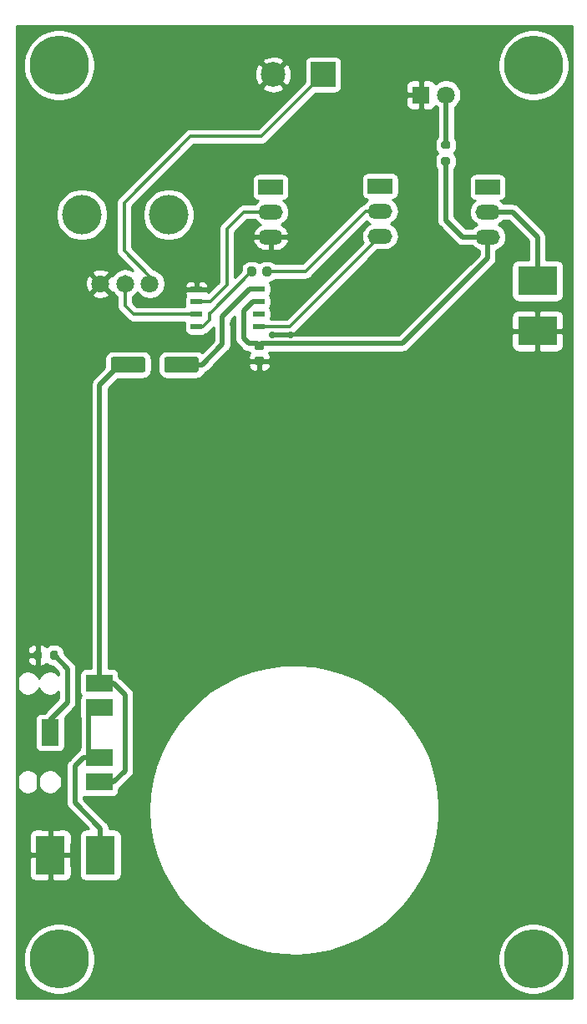
<source format=gbl>
G04 #@! TF.GenerationSoftware,KiCad,Pcbnew,5.1.12-84ad8e8a86~92~ubuntu20.04.1*
G04 #@! TF.CreationDate,2021-12-15T11:08:09-07:00*
G04 #@! TF.ProjectId,The Ear Tool,54686520-4561-4722-9054-6f6f6c2e6b69,1.3*
G04 #@! TF.SameCoordinates,Original*
G04 #@! TF.FileFunction,Copper,L2,Bot*
G04 #@! TF.FilePolarity,Positive*
%FSLAX46Y46*%
G04 Gerber Fmt 4.6, Leading zero omitted, Abs format (unit mm)*
G04 Created by KiCad (PCBNEW 5.1.12-84ad8e8a86~92~ubuntu20.04.1) date 2021-12-15 11:08:09*
%MOMM*%
%LPD*%
G01*
G04 APERTURE LIST*
G04 #@! TA.AperFunction,ComponentPad*
%ADD10C,1.800000*%
G04 #@! TD*
G04 #@! TA.AperFunction,ComponentPad*
%ADD11R,1.800000X1.800000*%
G04 #@! TD*
G04 #@! TA.AperFunction,WasherPad*
%ADD12C,4.000000*%
G04 #@! TD*
G04 #@! TA.AperFunction,SMDPad,CuDef*
%ADD13R,3.000000X4.000000*%
G04 #@! TD*
G04 #@! TA.AperFunction,SMDPad,CuDef*
%ADD14R,4.000000X3.000000*%
G04 #@! TD*
G04 #@! TA.AperFunction,ComponentPad*
%ADD15R,2.500000X1.500000*%
G04 #@! TD*
G04 #@! TA.AperFunction,ComponentPad*
%ADD16O,2.500000X1.500000*%
G04 #@! TD*
G04 #@! TA.AperFunction,ComponentPad*
%ADD17C,6.000000*%
G04 #@! TD*
G04 #@! TA.AperFunction,ComponentPad*
%ADD18R,1.800000X2.700000*%
G04 #@! TD*
G04 #@! TA.AperFunction,ComponentPad*
%ADD19R,2.700000X1.800000*%
G04 #@! TD*
G04 #@! TA.AperFunction,SMDPad,CuDef*
%ADD20R,1.143000X0.508000*%
G04 #@! TD*
G04 #@! TA.AperFunction,ComponentPad*
%ADD21R,2.500000X2.500000*%
G04 #@! TD*
G04 #@! TA.AperFunction,ComponentPad*
%ADD22C,2.500000*%
G04 #@! TD*
G04 #@! TA.AperFunction,ViaPad*
%ADD23C,0.700000*%
G04 #@! TD*
G04 #@! TA.AperFunction,Conductor*
%ADD24C,0.350000*%
G04 #@! TD*
G04 #@! TA.AperFunction,Conductor*
%ADD25C,0.500000*%
G04 #@! TD*
G04 #@! TA.AperFunction,Conductor*
%ADD26C,0.254000*%
G04 #@! TD*
G04 #@! TA.AperFunction,Conductor*
%ADD27C,0.150000*%
G04 #@! TD*
G04 APERTURE END LIST*
D10*
X44240000Y-7700000D03*
D11*
X41700000Y-7700000D03*
D12*
X16100000Y-19850000D03*
X7300000Y-19850000D03*
D10*
X14200000Y-26850000D03*
X11700000Y-26850000D03*
X9200000Y-26850000D03*
G04 #@! TA.AperFunction,SMDPad,CuDef*
G36*
G01*
X13750000Y-34500000D02*
X13750000Y-35600000D01*
G75*
G02*
X13500000Y-35850000I-250000J0D01*
G01*
X10500000Y-35850000D01*
G75*
G02*
X10250000Y-35600000I0J250000D01*
G01*
X10250000Y-34500000D01*
G75*
G02*
X10500000Y-34250000I250000J0D01*
G01*
X13500000Y-34250000D01*
G75*
G02*
X13750000Y-34500000I0J-250000D01*
G01*
G37*
G04 #@! TD.AperFunction*
G04 #@! TA.AperFunction,SMDPad,CuDef*
G36*
G01*
X19150000Y-34500000D02*
X19150000Y-35600000D01*
G75*
G02*
X18900000Y-35850000I-250000J0D01*
G01*
X15900000Y-35850000D01*
G75*
G02*
X15650000Y-35600000I0J250000D01*
G01*
X15650000Y-34500000D01*
G75*
G02*
X15900000Y-34250000I250000J0D01*
G01*
X18900000Y-34250000D01*
G75*
G02*
X19150000Y-34500000I0J-250000D01*
G01*
G37*
G04 #@! TD.AperFunction*
D13*
X4110000Y-84755060D03*
X9190000Y-84755060D03*
D14*
X53500000Y-26560000D03*
X53500000Y-31640000D03*
G04 #@! TA.AperFunction,SMDPad,CuDef*
G36*
G01*
X3225000Y-64225000D02*
X3225000Y-64775000D01*
G75*
G02*
X3025000Y-64975000I-200000J0D01*
G01*
X2625000Y-64975000D01*
G75*
G02*
X2425000Y-64775000I0J200000D01*
G01*
X2425000Y-64225000D01*
G75*
G02*
X2625000Y-64025000I200000J0D01*
G01*
X3025000Y-64025000D01*
G75*
G02*
X3225000Y-64225000I0J-200000D01*
G01*
G37*
G04 #@! TD.AperFunction*
G04 #@! TA.AperFunction,SMDPad,CuDef*
G36*
G01*
X4875000Y-64225000D02*
X4875000Y-64775000D01*
G75*
G02*
X4675000Y-64975000I-200000J0D01*
G01*
X4275000Y-64975000D01*
G75*
G02*
X4075000Y-64775000I0J200000D01*
G01*
X4075000Y-64225000D01*
G75*
G02*
X4275000Y-64025000I200000J0D01*
G01*
X4675000Y-64025000D01*
G75*
G02*
X4875000Y-64225000I0J-200000D01*
G01*
G37*
G04 #@! TD.AperFunction*
G04 #@! TA.AperFunction,SMDPad,CuDef*
G36*
G01*
X44475000Y-13175000D02*
X43925000Y-13175000D01*
G75*
G02*
X43725000Y-12975000I0J200000D01*
G01*
X43725000Y-12575000D01*
G75*
G02*
X43925000Y-12375000I200000J0D01*
G01*
X44475000Y-12375000D01*
G75*
G02*
X44675000Y-12575000I0J-200000D01*
G01*
X44675000Y-12975000D01*
G75*
G02*
X44475000Y-13175000I-200000J0D01*
G01*
G37*
G04 #@! TD.AperFunction*
G04 #@! TA.AperFunction,SMDPad,CuDef*
G36*
G01*
X44475000Y-14825000D02*
X43925000Y-14825000D01*
G75*
G02*
X43725000Y-14625000I0J200000D01*
G01*
X43725000Y-14225000D01*
G75*
G02*
X43925000Y-14025000I200000J0D01*
G01*
X44475000Y-14025000D01*
G75*
G02*
X44675000Y-14225000I0J-200000D01*
G01*
X44675000Y-14625000D01*
G75*
G02*
X44475000Y-14825000I-200000J0D01*
G01*
G37*
G04 #@! TD.AperFunction*
G04 #@! TA.AperFunction,SMDPad,CuDef*
G36*
G01*
X25550000Y-33575000D02*
X25050000Y-33575000D01*
G75*
G02*
X24825000Y-33350000I0J225000D01*
G01*
X24825000Y-32900000D01*
G75*
G02*
X25050000Y-32675000I225000J0D01*
G01*
X25550000Y-32675000D01*
G75*
G02*
X25775000Y-32900000I0J-225000D01*
G01*
X25775000Y-33350000D01*
G75*
G02*
X25550000Y-33575000I-225000J0D01*
G01*
G37*
G04 #@! TD.AperFunction*
G04 #@! TA.AperFunction,SMDPad,CuDef*
G36*
G01*
X25550000Y-35125000D02*
X25050000Y-35125000D01*
G75*
G02*
X24825000Y-34900000I0J225000D01*
G01*
X24825000Y-34450000D01*
G75*
G02*
X25050000Y-34225000I225000J0D01*
G01*
X25550000Y-34225000D01*
G75*
G02*
X25775000Y-34450000I0J-225000D01*
G01*
X25775000Y-34900000D01*
G75*
G02*
X25550000Y-35125000I-225000J0D01*
G01*
G37*
G04 #@! TD.AperFunction*
G04 #@! TA.AperFunction,SMDPad,CuDef*
G36*
G01*
X25625000Y-25850000D02*
X25625000Y-25350000D01*
G75*
G02*
X25850000Y-25125000I225000J0D01*
G01*
X26300000Y-25125000D01*
G75*
G02*
X26525000Y-25350000I0J-225000D01*
G01*
X26525000Y-25850000D01*
G75*
G02*
X26300000Y-26075000I-225000J0D01*
G01*
X25850000Y-26075000D01*
G75*
G02*
X25625000Y-25850000I0J225000D01*
G01*
G37*
G04 #@! TD.AperFunction*
G04 #@! TA.AperFunction,SMDPad,CuDef*
G36*
G01*
X24075000Y-25850000D02*
X24075000Y-25350000D01*
G75*
G02*
X24300000Y-25125000I225000J0D01*
G01*
X24750000Y-25125000D01*
G75*
G02*
X24975000Y-25350000I0J-225000D01*
G01*
X24975000Y-25850000D01*
G75*
G02*
X24750000Y-26075000I-225000J0D01*
G01*
X24300000Y-26075000D01*
G75*
G02*
X24075000Y-25850000I0J225000D01*
G01*
G37*
G04 #@! TD.AperFunction*
D15*
X48451340Y-17037140D03*
D16*
X48451340Y-19577140D03*
X48451340Y-22117140D03*
D15*
X26451340Y-17037140D03*
D16*
X26451340Y-19577140D03*
X26451340Y-22117140D03*
D15*
X37551340Y-16937140D03*
D16*
X37551340Y-19477140D03*
X37551340Y-22017140D03*
D17*
X5000000Y-4700000D03*
X53100000Y-4700000D03*
X5000000Y-95300000D03*
X53100000Y-95300000D03*
D18*
X4069240Y-72339280D03*
D19*
X9069240Y-67339280D03*
X9069240Y-69839280D03*
X9069240Y-74839280D03*
X9069240Y-77339280D03*
D20*
X25275000Y-31205000D03*
X25275000Y-29935000D03*
X25275000Y-28665000D03*
X25275000Y-27395000D03*
X18925000Y-27395000D03*
X18925000Y-28665000D03*
X18925000Y-29935000D03*
X18925000Y-31205000D03*
D21*
X31770340Y-5651400D03*
D22*
X26690340Y-5651400D03*
D23*
X10300000Y-21550000D03*
X13850000Y-23900000D03*
X15501640Y-16426400D03*
X10250000Y-18950000D03*
X15450000Y-13000000D03*
X12781300Y-18953700D03*
X12781300Y-21534340D03*
X10350000Y-23900000D03*
X4150000Y-87650000D03*
X1850001Y-84750000D03*
X4150000Y-81850000D03*
X53500000Y-33900000D03*
X56300000Y-31600000D03*
X53500000Y-29300000D03*
X50700000Y-31600000D03*
X29350000Y-6300000D03*
X25050000Y-10650000D03*
X26900000Y-8600000D03*
X31200000Y-7900000D03*
X28800000Y-10150000D03*
X25050000Y-13050000D03*
X18850000Y-10700000D03*
X18850000Y-13100000D03*
X22000000Y-13050000D03*
X22000000Y-10750000D03*
X17250000Y-14700000D03*
X29350000Y-3650000D03*
X34050000Y-3550000D03*
X34000000Y-7450000D03*
X26900000Y-12250000D03*
X17150000Y-11200000D03*
X13650000Y-14750000D03*
X10350000Y-28250000D03*
X12950000Y-28300000D03*
X11550000Y-30650000D03*
X14400000Y-31000000D03*
X15100000Y-28750000D03*
X17250000Y-31150000D03*
X17350000Y-28800000D03*
X35300000Y-22100000D03*
X33300000Y-24150000D03*
X30850000Y-26400000D03*
X27450000Y-26850000D03*
X27150000Y-30250000D03*
X29450000Y-28650000D03*
X26850000Y-28600000D03*
X26600000Y-32000000D03*
X28500000Y-32050000D03*
X37500000Y-24150000D03*
X35550000Y-26000000D03*
X33100000Y-28500000D03*
X30750000Y-30800000D03*
X23100000Y-25350000D03*
X23100000Y-21850000D03*
X24300000Y-18400000D03*
X20800000Y-20550000D03*
X22250000Y-19050000D03*
X20500000Y-26600000D03*
X20750000Y-23750000D03*
X28650000Y-18600000D03*
X28650000Y-20700000D03*
X24150000Y-15700000D03*
X28700000Y-15700000D03*
X35250000Y-18400000D03*
X35150000Y-15600000D03*
X39850000Y-15550000D03*
X39850000Y-18400000D03*
X39850000Y-20750000D03*
X39750000Y-23250000D03*
X27400000Y-24200000D03*
X29650000Y-24000000D03*
X31300000Y-21900000D03*
X33400000Y-20050000D03*
X19650000Y-32700000D03*
X22600000Y-30900000D03*
X22750000Y-33650000D03*
X19900000Y-36600000D03*
X21450000Y-35100000D03*
X11400000Y-16500000D03*
D24*
X20325000Y-29800000D02*
X24525000Y-25600000D01*
X20300000Y-29800000D02*
X20325000Y-29800000D01*
X20300000Y-30500000D02*
X20300000Y-29800000D01*
X19595000Y-31205000D02*
X20300000Y-30500000D01*
X18925000Y-31205000D02*
X19595000Y-31205000D01*
X26075000Y-25600000D02*
X30000000Y-25600000D01*
X36122860Y-19477140D02*
X37551340Y-19477140D01*
X30000000Y-25600000D02*
X36122860Y-19477140D01*
D25*
X25275000Y-27395000D02*
X24305000Y-27395000D01*
X24305000Y-27395000D02*
X21550000Y-30150000D01*
X21550000Y-30150000D02*
X21550000Y-33000000D01*
X19500000Y-35050000D02*
X17500000Y-35050000D01*
X21550000Y-33000000D02*
X19500000Y-35050000D01*
D24*
X9337700Y-77562400D02*
X9500000Y-77400000D01*
D25*
X9100000Y-67308520D02*
X9069240Y-67339280D01*
X9100000Y-37100000D02*
X9100000Y-67308520D01*
X11150000Y-35050000D02*
X9100000Y-37100000D01*
X11900000Y-35050000D02*
X11150000Y-35050000D01*
X9069240Y-67339280D02*
X10489280Y-67339280D01*
X10489280Y-67339280D02*
X11700000Y-68550000D01*
X11700000Y-68550000D02*
X11700000Y-76200000D01*
X10560720Y-77339280D02*
X9069240Y-77339280D01*
X11700000Y-76200000D02*
X10560720Y-77339280D01*
D24*
X16795000Y-95175000D02*
X16594700Y-94974700D01*
X2900000Y-78565320D02*
X3067340Y-78732660D01*
X2900000Y-76189241D02*
X2900000Y-78565320D01*
X3067340Y-76021900D02*
X2900000Y-76189241D01*
X3067340Y-76021900D02*
X1378100Y-76021900D01*
X1378100Y-76021900D02*
X800000Y-76600000D01*
X800000Y-76600000D02*
X800000Y-78500000D01*
X800000Y-78500000D02*
X800000Y-65200000D01*
X53400000Y-45200000D02*
X53240000Y-42700000D01*
X53000000Y-76600000D02*
X53400000Y-45200000D01*
D25*
X28450000Y-32000000D02*
X28500000Y-32050000D01*
X26600000Y-32000000D02*
X28450000Y-32000000D01*
X44240000Y-12735000D02*
X44200000Y-12775000D01*
X44240000Y-7700000D02*
X44240000Y-12735000D01*
X8829960Y-74600000D02*
X9069240Y-74839280D01*
X8000000Y-74400000D02*
X8200000Y-74600000D01*
X8000000Y-70500000D02*
X8000000Y-74400000D01*
X8660720Y-69839280D02*
X8000000Y-70500000D01*
X8200000Y-74600000D02*
X8829960Y-74600000D01*
X9069240Y-69839280D02*
X8660720Y-69839280D01*
X9069240Y-74839280D02*
X7510720Y-74839280D01*
X7510720Y-74839280D02*
X6600000Y-75750000D01*
X6600000Y-75750000D02*
X6600000Y-79450000D01*
X9190000Y-82040000D02*
X9190000Y-84755060D01*
X6600000Y-79450000D02*
X9190000Y-82040000D01*
D24*
X18925000Y-29935000D02*
X12535000Y-29935000D01*
X11700000Y-29100000D02*
X11700000Y-26100000D01*
X12535000Y-29935000D02*
X11700000Y-29100000D01*
D25*
X53500000Y-26560000D02*
X53500000Y-22100000D01*
X50977140Y-19577140D02*
X48451340Y-19577140D01*
X53500000Y-22100000D02*
X50977140Y-19577140D01*
D24*
X18925000Y-28665000D02*
X20335000Y-28665000D01*
X20335000Y-28665000D02*
X22000000Y-27000000D01*
X22000000Y-27000000D02*
X22000000Y-21300000D01*
X23722860Y-19577140D02*
X26451340Y-19577140D01*
X22000000Y-21300000D02*
X23722860Y-19577140D01*
D25*
X4475000Y-64500000D02*
X5850000Y-65875000D01*
X5850000Y-65875000D02*
X5850000Y-69250000D01*
X4069240Y-71030760D02*
X4069240Y-72339280D01*
X5850000Y-69250000D02*
X4069240Y-71030760D01*
D24*
X11600000Y-23500000D02*
X14200000Y-26100000D01*
X11600000Y-18644020D02*
X11600000Y-23500000D01*
X18344020Y-11900000D02*
X11600000Y-18644020D01*
X25521740Y-11900000D02*
X18344020Y-11900000D01*
X31770340Y-5651400D02*
X25521740Y-11900000D01*
X25275000Y-31205000D02*
X28363480Y-31205000D01*
X28363480Y-31205000D02*
X37551340Y-22017140D01*
D25*
X45917140Y-22117140D02*
X48451340Y-22117140D01*
X44200000Y-20400000D02*
X45917140Y-22117140D01*
X25275000Y-28665000D02*
X24635000Y-28665000D01*
X24635000Y-28665000D02*
X23700000Y-29600000D01*
X23700000Y-32375000D02*
X24225000Y-32900000D01*
X23700000Y-29600000D02*
X23700000Y-32375000D01*
X39800000Y-32900000D02*
X25525000Y-32900000D01*
X25525000Y-32900000D02*
X25300000Y-33125000D01*
X48451340Y-24248660D02*
X39800000Y-32900000D01*
X48451340Y-22117140D02*
X48451340Y-24248660D01*
X25075000Y-32900000D02*
X25300000Y-33125000D01*
X24225000Y-32900000D02*
X25075000Y-32900000D01*
X44200000Y-14425000D02*
X44200000Y-20400000D01*
D26*
X56990001Y-99290000D02*
X710000Y-99290000D01*
X710000Y-94941984D01*
X1365000Y-94941984D01*
X1365000Y-95658016D01*
X1504691Y-96360290D01*
X1778705Y-97021818D01*
X2176511Y-97617177D01*
X2682823Y-98123489D01*
X3278182Y-98521295D01*
X3939710Y-98795309D01*
X4641984Y-98935000D01*
X5358016Y-98935000D01*
X6060290Y-98795309D01*
X6721818Y-98521295D01*
X7317177Y-98123489D01*
X7823489Y-97617177D01*
X8221295Y-97021818D01*
X8495309Y-96360290D01*
X8635000Y-95658016D01*
X8635000Y-94941984D01*
X49465000Y-94941984D01*
X49465000Y-95658016D01*
X49604691Y-96360290D01*
X49878705Y-97021818D01*
X50276511Y-97617177D01*
X50782823Y-98123489D01*
X51378182Y-98521295D01*
X52039710Y-98795309D01*
X52741984Y-98935000D01*
X53458016Y-98935000D01*
X54160290Y-98795309D01*
X54821818Y-98521295D01*
X55417177Y-98123489D01*
X55923489Y-97617177D01*
X56321295Y-97021818D01*
X56595309Y-96360290D01*
X56735000Y-95658016D01*
X56735000Y-94941984D01*
X56595309Y-94239710D01*
X56321295Y-93578182D01*
X55923489Y-92982823D01*
X55417177Y-92476511D01*
X54821818Y-92078705D01*
X54160290Y-91804691D01*
X53458016Y-91665000D01*
X52741984Y-91665000D01*
X52039710Y-91804691D01*
X51378182Y-92078705D01*
X50782823Y-92476511D01*
X50276511Y-92982823D01*
X49878705Y-93578182D01*
X49604691Y-94239710D01*
X49465000Y-94941984D01*
X8635000Y-94941984D01*
X8495309Y-94239710D01*
X8221295Y-93578182D01*
X7823489Y-92982823D01*
X7317177Y-92476511D01*
X6721818Y-92078705D01*
X6060290Y-91804691D01*
X5358016Y-91665000D01*
X4641984Y-91665000D01*
X3939710Y-91804691D01*
X3278182Y-92078705D01*
X2682823Y-92476511D01*
X2176511Y-92982823D01*
X1778705Y-93578182D01*
X1504691Y-94239710D01*
X1365000Y-94941984D01*
X710000Y-94941984D01*
X710000Y-86755060D01*
X1971928Y-86755060D01*
X1984188Y-86879542D01*
X2020498Y-86999240D01*
X2079463Y-87109554D01*
X2158815Y-87206245D01*
X2255506Y-87285597D01*
X2365820Y-87344562D01*
X2485518Y-87380872D01*
X2610000Y-87393132D01*
X3824250Y-87390060D01*
X3983000Y-87231310D01*
X3983000Y-84882060D01*
X4237000Y-84882060D01*
X4237000Y-87231310D01*
X4395750Y-87390060D01*
X5610000Y-87393132D01*
X5734482Y-87380872D01*
X5854180Y-87344562D01*
X5964494Y-87285597D01*
X6061185Y-87206245D01*
X6140537Y-87109554D01*
X6199502Y-86999240D01*
X6235812Y-86879542D01*
X6248072Y-86755060D01*
X6245000Y-85040810D01*
X6086250Y-84882060D01*
X4237000Y-84882060D01*
X3983000Y-84882060D01*
X2133750Y-84882060D01*
X1975000Y-85040810D01*
X1971928Y-86755060D01*
X710000Y-86755060D01*
X710000Y-82755060D01*
X1971928Y-82755060D01*
X1975000Y-84469310D01*
X2133750Y-84628060D01*
X3983000Y-84628060D01*
X3983000Y-82278810D01*
X4237000Y-82278810D01*
X4237000Y-84628060D01*
X6086250Y-84628060D01*
X6245000Y-84469310D01*
X6248072Y-82755060D01*
X6235812Y-82630578D01*
X6199502Y-82510880D01*
X6140537Y-82400566D01*
X6061185Y-82303875D01*
X5964494Y-82224523D01*
X5854180Y-82165558D01*
X5734482Y-82129248D01*
X5610000Y-82116988D01*
X4395750Y-82120060D01*
X4237000Y-82278810D01*
X3983000Y-82278810D01*
X3824250Y-82120060D01*
X2610000Y-82116988D01*
X2485518Y-82129248D01*
X2365820Y-82165558D01*
X2255506Y-82224523D01*
X2158815Y-82303875D01*
X2079463Y-82400566D01*
X2020498Y-82510880D01*
X1984188Y-82630578D01*
X1971928Y-82755060D01*
X710000Y-82755060D01*
X710000Y-77888549D01*
X724797Y-77924272D01*
X859953Y-78126547D01*
X1031973Y-78298567D01*
X1234248Y-78433723D01*
X1459004Y-78526820D01*
X1697603Y-78574280D01*
X1940877Y-78574280D01*
X2179476Y-78526820D01*
X2404232Y-78433723D01*
X2606507Y-78298567D01*
X2778527Y-78126547D01*
X2913683Y-77924272D01*
X2944240Y-77850501D01*
X2974797Y-77924272D01*
X3109953Y-78126547D01*
X3281973Y-78298567D01*
X3484248Y-78433723D01*
X3709004Y-78526820D01*
X3947603Y-78574280D01*
X4190877Y-78574280D01*
X4429476Y-78526820D01*
X4654232Y-78433723D01*
X4856507Y-78298567D01*
X5028527Y-78126547D01*
X5163683Y-77924272D01*
X5256780Y-77699516D01*
X5304240Y-77460917D01*
X5304240Y-77217643D01*
X5256780Y-76979044D01*
X5163683Y-76754288D01*
X5028527Y-76552013D01*
X4856507Y-76379993D01*
X4654232Y-76244837D01*
X4429476Y-76151740D01*
X4190877Y-76104280D01*
X3947603Y-76104280D01*
X3709004Y-76151740D01*
X3484248Y-76244837D01*
X3281973Y-76379993D01*
X3109953Y-76552013D01*
X2974797Y-76754288D01*
X2944240Y-76828059D01*
X2913683Y-76754288D01*
X2778527Y-76552013D01*
X2606507Y-76379993D01*
X2404232Y-76244837D01*
X2179476Y-76151740D01*
X1940877Y-76104280D01*
X1697603Y-76104280D01*
X1459004Y-76151740D01*
X1234248Y-76244837D01*
X1031973Y-76379993D01*
X859953Y-76552013D01*
X724797Y-76754288D01*
X710000Y-76790011D01*
X710000Y-75750000D01*
X5710719Y-75750000D01*
X5715000Y-75793469D01*
X5715001Y-79406521D01*
X5710719Y-79450000D01*
X5727805Y-79623490D01*
X5778412Y-79790313D01*
X5860590Y-79944059D01*
X5943468Y-80045046D01*
X5943471Y-80045049D01*
X5971184Y-80078817D01*
X6004951Y-80106529D01*
X8015409Y-82116988D01*
X7690000Y-82116988D01*
X7565518Y-82129248D01*
X7445820Y-82165558D01*
X7335506Y-82224523D01*
X7238815Y-82303875D01*
X7159463Y-82400566D01*
X7100498Y-82510880D01*
X7064188Y-82630578D01*
X7051928Y-82755060D01*
X7051928Y-86755060D01*
X7064188Y-86879542D01*
X7100498Y-86999240D01*
X7159463Y-87109554D01*
X7238815Y-87206245D01*
X7335506Y-87285597D01*
X7445820Y-87344562D01*
X7565518Y-87380872D01*
X7690000Y-87393132D01*
X10690000Y-87393132D01*
X10814482Y-87380872D01*
X10934180Y-87344562D01*
X11044494Y-87285597D01*
X11141185Y-87206245D01*
X11220537Y-87109554D01*
X11279502Y-86999240D01*
X11315812Y-86879542D01*
X11328072Y-86755060D01*
X11328072Y-82755060D01*
X11315812Y-82630578D01*
X11279502Y-82510880D01*
X11220537Y-82400566D01*
X11141185Y-82303875D01*
X11044494Y-82224523D01*
X10934180Y-82165558D01*
X10814482Y-82129248D01*
X10690000Y-82116988D01*
X10075000Y-82116988D01*
X10075000Y-82083465D01*
X10079281Y-82039999D01*
X10075000Y-81996533D01*
X10075000Y-81996523D01*
X10062195Y-81866510D01*
X10011589Y-81699687D01*
X9929411Y-81545941D01*
X9818817Y-81411183D01*
X9785050Y-81383471D01*
X8596899Y-80195320D01*
X14120000Y-80195320D01*
X14203448Y-81761023D01*
X14452848Y-83308986D01*
X14865373Y-84821670D01*
X15436350Y-86281935D01*
X16159308Y-87673237D01*
X17026058Y-88979811D01*
X18026777Y-90186853D01*
X19150127Y-91280687D01*
X20383381Y-92248920D01*
X21712566Y-93080580D01*
X23122620Y-93766245D01*
X24597568Y-94298147D01*
X26120697Y-94670257D01*
X27674751Y-94878361D01*
X29242120Y-94920100D01*
X30805047Y-94795001D01*
X32345822Y-94504482D01*
X33846988Y-94051835D01*
X35291537Y-93442188D01*
X36663100Y-92682448D01*
X37946138Y-91781224D01*
X39126112Y-90748728D01*
X40189655Y-89596657D01*
X41124714Y-88338065D01*
X41920696Y-86987213D01*
X42568582Y-85559405D01*
X43061031Y-84070821D01*
X43392463Y-82538325D01*
X43559123Y-80979283D01*
X43559123Y-79411357D01*
X43392463Y-77852315D01*
X43061031Y-76319819D01*
X42568582Y-74831235D01*
X41920696Y-73403427D01*
X41124714Y-72052575D01*
X40189655Y-70793983D01*
X39126112Y-69641912D01*
X37946138Y-68609416D01*
X36663100Y-67708192D01*
X35291537Y-66948452D01*
X33846988Y-66338805D01*
X32345822Y-65886158D01*
X30805047Y-65595639D01*
X29242120Y-65470540D01*
X27674751Y-65512279D01*
X26120697Y-65720383D01*
X24597568Y-66092493D01*
X23122620Y-66624395D01*
X21712566Y-67310060D01*
X20383381Y-68141720D01*
X19150127Y-69109953D01*
X18026777Y-70203787D01*
X17026058Y-71410829D01*
X16159308Y-72717403D01*
X15436350Y-74108705D01*
X14865373Y-75568970D01*
X14452848Y-77081654D01*
X14203448Y-78629617D01*
X14120000Y-80195320D01*
X8596899Y-80195320D01*
X7485000Y-79083422D01*
X7485000Y-78831797D01*
X7594758Y-78865092D01*
X7719240Y-78877352D01*
X10419240Y-78877352D01*
X10543722Y-78865092D01*
X10663420Y-78828782D01*
X10773734Y-78769817D01*
X10870425Y-78690465D01*
X10949777Y-78593774D01*
X11008742Y-78483460D01*
X11045052Y-78363762D01*
X11057312Y-78239280D01*
X11057312Y-78076612D01*
X11189537Y-77968097D01*
X11217254Y-77934324D01*
X12295049Y-76856530D01*
X12328817Y-76828817D01*
X12439411Y-76694059D01*
X12521589Y-76540313D01*
X12572195Y-76373490D01*
X12585000Y-76243477D01*
X12585000Y-76243467D01*
X12589281Y-76200001D01*
X12585000Y-76156535D01*
X12585000Y-68593468D01*
X12589281Y-68550000D01*
X12585000Y-68506531D01*
X12585000Y-68506523D01*
X12572195Y-68376510D01*
X12530566Y-68239280D01*
X12521589Y-68209686D01*
X12439411Y-68055941D01*
X12356532Y-67954953D01*
X12356530Y-67954951D01*
X12328817Y-67921183D01*
X12295050Y-67893471D01*
X11145812Y-66744234D01*
X11118097Y-66710463D01*
X11057312Y-66660578D01*
X11057312Y-66439280D01*
X11045052Y-66314798D01*
X11008742Y-66195100D01*
X10949777Y-66084786D01*
X10870425Y-65988095D01*
X10773734Y-65908743D01*
X10663420Y-65849778D01*
X10543722Y-65813468D01*
X10419240Y-65801208D01*
X9985000Y-65801208D01*
X9985000Y-37466578D01*
X10963507Y-36488072D01*
X13500000Y-36488072D01*
X13673254Y-36471008D01*
X13839850Y-36420472D01*
X13993386Y-36338405D01*
X14127962Y-36227962D01*
X14238405Y-36093386D01*
X14320472Y-35939850D01*
X14371008Y-35773254D01*
X14388072Y-35600000D01*
X14388072Y-34500000D01*
X14371008Y-34326746D01*
X14320472Y-34160150D01*
X14238405Y-34006614D01*
X14127962Y-33872038D01*
X13993386Y-33761595D01*
X13839850Y-33679528D01*
X13673254Y-33628992D01*
X13500000Y-33611928D01*
X10500000Y-33611928D01*
X10326746Y-33628992D01*
X10160150Y-33679528D01*
X10006614Y-33761595D01*
X9872038Y-33872038D01*
X9761595Y-34006614D01*
X9679528Y-34160150D01*
X9628992Y-34326746D01*
X9611928Y-34500000D01*
X9611928Y-35336493D01*
X8504956Y-36443466D01*
X8471183Y-36471183D01*
X8360589Y-36605942D01*
X8278411Y-36759688D01*
X8227805Y-36926511D01*
X8215000Y-37056524D01*
X8215000Y-37056531D01*
X8210719Y-37100000D01*
X8215000Y-37143469D01*
X8215001Y-65801208D01*
X7719240Y-65801208D01*
X7594758Y-65813468D01*
X7475060Y-65849778D01*
X7364746Y-65908743D01*
X7268055Y-65988095D01*
X7188703Y-66084786D01*
X7129738Y-66195100D01*
X7093428Y-66314798D01*
X7081168Y-66439280D01*
X7081168Y-68239280D01*
X7093428Y-68363762D01*
X7129738Y-68483460D01*
X7186301Y-68589280D01*
X7129738Y-68695100D01*
X7093428Y-68814798D01*
X7081168Y-68939280D01*
X7081168Y-70739280D01*
X7093428Y-70863762D01*
X7115000Y-70934876D01*
X7115001Y-73743682D01*
X7093428Y-73814798D01*
X7081168Y-73939280D01*
X7081168Y-74065389D01*
X7016661Y-74099869D01*
X6915673Y-74182748D01*
X6915671Y-74182750D01*
X6881903Y-74210463D01*
X6854190Y-74244231D01*
X6004956Y-75093466D01*
X5971183Y-75121183D01*
X5860589Y-75255942D01*
X5778411Y-75409688D01*
X5752285Y-75495812D01*
X5730093Y-75568970D01*
X5727805Y-75576511D01*
X5715000Y-75706524D01*
X5715000Y-75706531D01*
X5710719Y-75750000D01*
X710000Y-75750000D01*
X710000Y-67888549D01*
X724797Y-67924272D01*
X859953Y-68126547D01*
X1031973Y-68298567D01*
X1234248Y-68433723D01*
X1459004Y-68526820D01*
X1697603Y-68574280D01*
X1940877Y-68574280D01*
X2179476Y-68526820D01*
X2404232Y-68433723D01*
X2606507Y-68298567D01*
X2778527Y-68126547D01*
X2913683Y-67924272D01*
X2944240Y-67850501D01*
X2974797Y-67924272D01*
X3109953Y-68126547D01*
X3281973Y-68298567D01*
X3484248Y-68433723D01*
X3709004Y-68526820D01*
X3947603Y-68574280D01*
X4190877Y-68574280D01*
X4429476Y-68526820D01*
X4654232Y-68433723D01*
X4856507Y-68298567D01*
X4965001Y-68190073D01*
X4965001Y-68883420D01*
X3497214Y-70351208D01*
X3169240Y-70351208D01*
X3044758Y-70363468D01*
X2925060Y-70399778D01*
X2814746Y-70458743D01*
X2718055Y-70538095D01*
X2638703Y-70634786D01*
X2579738Y-70745100D01*
X2543428Y-70864798D01*
X2531168Y-70989280D01*
X2531168Y-73689280D01*
X2543428Y-73813762D01*
X2579738Y-73933460D01*
X2638703Y-74043774D01*
X2718055Y-74140465D01*
X2814746Y-74219817D01*
X2925060Y-74278782D01*
X3044758Y-74315092D01*
X3169240Y-74327352D01*
X4969240Y-74327352D01*
X5093722Y-74315092D01*
X5213420Y-74278782D01*
X5323734Y-74219817D01*
X5420425Y-74140465D01*
X5499777Y-74043774D01*
X5558742Y-73933460D01*
X5595052Y-73813762D01*
X5607312Y-73689280D01*
X5607312Y-70989280D01*
X5595052Y-70864798D01*
X5569852Y-70781726D01*
X6445049Y-69906530D01*
X6478817Y-69878817D01*
X6511265Y-69839280D01*
X6589410Y-69744060D01*
X6589411Y-69744059D01*
X6671589Y-69590313D01*
X6722195Y-69423490D01*
X6735000Y-69293477D01*
X6735000Y-69293469D01*
X6739281Y-69250000D01*
X6735000Y-69206531D01*
X6735000Y-65918469D01*
X6739281Y-65875000D01*
X6735000Y-65831531D01*
X6735000Y-65831523D01*
X6722195Y-65701510D01*
X6691648Y-65600812D01*
X6671589Y-65534686D01*
X6589411Y-65380941D01*
X6506532Y-65279953D01*
X6506530Y-65279951D01*
X6478817Y-65246183D01*
X6445050Y-65218471D01*
X5513072Y-64286494D01*
X5513072Y-64225000D01*
X5496969Y-64061500D01*
X5449278Y-63904284D01*
X5371831Y-63759392D01*
X5267606Y-63632394D01*
X5140608Y-63528169D01*
X4995716Y-63450722D01*
X4838500Y-63403031D01*
X4675000Y-63386928D01*
X4275000Y-63386928D01*
X4111500Y-63403031D01*
X3954284Y-63450722D01*
X3809392Y-63528169D01*
X3707410Y-63611863D01*
X3676185Y-63573815D01*
X3579494Y-63494463D01*
X3469180Y-63435498D01*
X3349482Y-63399188D01*
X3225000Y-63386928D01*
X3110750Y-63390000D01*
X2952000Y-63548750D01*
X2952000Y-64373000D01*
X2972000Y-64373000D01*
X2972000Y-64627000D01*
X2952000Y-64627000D01*
X2952000Y-65451250D01*
X3110750Y-65610000D01*
X3225000Y-65613072D01*
X3349482Y-65600812D01*
X3469180Y-65564502D01*
X3579494Y-65505537D01*
X3676185Y-65426185D01*
X3707410Y-65388137D01*
X3809392Y-65471831D01*
X3954284Y-65549278D01*
X4111500Y-65596969D01*
X4275000Y-65613072D01*
X4336494Y-65613072D01*
X4965000Y-66241579D01*
X4965000Y-66488486D01*
X4856507Y-66379993D01*
X4654232Y-66244837D01*
X4429476Y-66151740D01*
X4190877Y-66104280D01*
X3947603Y-66104280D01*
X3709004Y-66151740D01*
X3484248Y-66244837D01*
X3281973Y-66379993D01*
X3109953Y-66552013D01*
X2974797Y-66754288D01*
X2944240Y-66828059D01*
X2913683Y-66754288D01*
X2778527Y-66552013D01*
X2606507Y-66379993D01*
X2404232Y-66244837D01*
X2179476Y-66151740D01*
X1940877Y-66104280D01*
X1697603Y-66104280D01*
X1459004Y-66151740D01*
X1234248Y-66244837D01*
X1031973Y-66379993D01*
X859953Y-66552013D01*
X724797Y-66754288D01*
X710000Y-66790011D01*
X710000Y-64975000D01*
X1786928Y-64975000D01*
X1799188Y-65099482D01*
X1835498Y-65219180D01*
X1894463Y-65329494D01*
X1973815Y-65426185D01*
X2070506Y-65505537D01*
X2180820Y-65564502D01*
X2300518Y-65600812D01*
X2425000Y-65613072D01*
X2539250Y-65610000D01*
X2698000Y-65451250D01*
X2698000Y-64627000D01*
X1948750Y-64627000D01*
X1790000Y-64785750D01*
X1786928Y-64975000D01*
X710000Y-64975000D01*
X710000Y-64025000D01*
X1786928Y-64025000D01*
X1790000Y-64214250D01*
X1948750Y-64373000D01*
X2698000Y-64373000D01*
X2698000Y-63548750D01*
X2539250Y-63390000D01*
X2425000Y-63386928D01*
X2300518Y-63399188D01*
X2180820Y-63435498D01*
X2070506Y-63494463D01*
X1973815Y-63573815D01*
X1894463Y-63670506D01*
X1835498Y-63780820D01*
X1799188Y-63900518D01*
X1786928Y-64025000D01*
X710000Y-64025000D01*
X710000Y-27914080D01*
X8315525Y-27914080D01*
X8399208Y-28168261D01*
X8671775Y-28299158D01*
X8964642Y-28374365D01*
X9266553Y-28390991D01*
X9565907Y-28348397D01*
X9851199Y-28248222D01*
X10000792Y-28168261D01*
X10084475Y-27914080D01*
X9200000Y-27029605D01*
X8315525Y-27914080D01*
X710000Y-27914080D01*
X710000Y-26916553D01*
X7659009Y-26916553D01*
X7701603Y-27215907D01*
X7801778Y-27501199D01*
X7881739Y-27650792D01*
X8135920Y-27734475D01*
X9020395Y-26850000D01*
X9379605Y-26850000D01*
X10264080Y-27734475D01*
X10412262Y-27685690D01*
X10507688Y-27828505D01*
X10721495Y-28042312D01*
X10890000Y-28154904D01*
X10890000Y-29060212D01*
X10886081Y-29100000D01*
X10890000Y-29139788D01*
X10890000Y-29139790D01*
X10901720Y-29258787D01*
X10948037Y-29411472D01*
X10961586Y-29436820D01*
X11023251Y-29552189D01*
X11054703Y-29590513D01*
X11124472Y-29675528D01*
X11155387Y-29700899D01*
X11934105Y-30479618D01*
X11959472Y-30510528D01*
X12009960Y-30551962D01*
X12082810Y-30611749D01*
X12136011Y-30640185D01*
X12223527Y-30686963D01*
X12376212Y-30733280D01*
X12495209Y-30745000D01*
X12495211Y-30745000D01*
X12534999Y-30748919D01*
X12574787Y-30745000D01*
X17752416Y-30745000D01*
X17727688Y-30826518D01*
X17715428Y-30951000D01*
X17715428Y-31459000D01*
X17727688Y-31583482D01*
X17763998Y-31703180D01*
X17822963Y-31813494D01*
X17902315Y-31910185D01*
X17999006Y-31989537D01*
X18109320Y-32048502D01*
X18229018Y-32084812D01*
X18353500Y-32097072D01*
X19496500Y-32097072D01*
X19620982Y-32084812D01*
X19740680Y-32048502D01*
X19850994Y-31989537D01*
X19881428Y-31964560D01*
X19906473Y-31956963D01*
X20047189Y-31881749D01*
X20170528Y-31780528D01*
X20195899Y-31749613D01*
X20665000Y-31280512D01*
X20665001Y-32633420D01*
X19472170Y-33826251D01*
X19393386Y-33761595D01*
X19239850Y-33679528D01*
X19073254Y-33628992D01*
X18900000Y-33611928D01*
X15900000Y-33611928D01*
X15726746Y-33628992D01*
X15560150Y-33679528D01*
X15406614Y-33761595D01*
X15272038Y-33872038D01*
X15161595Y-34006614D01*
X15079528Y-34160150D01*
X15028992Y-34326746D01*
X15011928Y-34500000D01*
X15011928Y-35600000D01*
X15028992Y-35773254D01*
X15079528Y-35939850D01*
X15161595Y-36093386D01*
X15272038Y-36227962D01*
X15406614Y-36338405D01*
X15560150Y-36420472D01*
X15726746Y-36471008D01*
X15900000Y-36488072D01*
X18900000Y-36488072D01*
X19073254Y-36471008D01*
X19239850Y-36420472D01*
X19393386Y-36338405D01*
X19527962Y-36227962D01*
X19638405Y-36093386D01*
X19720472Y-35939850D01*
X19731132Y-35904709D01*
X19840313Y-35871589D01*
X19994059Y-35789411D01*
X20128817Y-35678817D01*
X20156534Y-35645044D01*
X20676578Y-35125000D01*
X24186928Y-35125000D01*
X24199188Y-35249482D01*
X24235498Y-35369180D01*
X24294463Y-35479494D01*
X24373815Y-35576185D01*
X24470506Y-35655537D01*
X24580820Y-35714502D01*
X24700518Y-35750812D01*
X24825000Y-35763072D01*
X25014250Y-35760000D01*
X25173000Y-35601250D01*
X25173000Y-34802000D01*
X25427000Y-34802000D01*
X25427000Y-35601250D01*
X25585750Y-35760000D01*
X25775000Y-35763072D01*
X25899482Y-35750812D01*
X26019180Y-35714502D01*
X26129494Y-35655537D01*
X26226185Y-35576185D01*
X26305537Y-35479494D01*
X26364502Y-35369180D01*
X26400812Y-35249482D01*
X26413072Y-35125000D01*
X26410000Y-34960750D01*
X26251250Y-34802000D01*
X25427000Y-34802000D01*
X25173000Y-34802000D01*
X24348750Y-34802000D01*
X24190000Y-34960750D01*
X24186928Y-35125000D01*
X20676578Y-35125000D01*
X22145049Y-33656530D01*
X22178817Y-33628817D01*
X22238141Y-33556532D01*
X22289411Y-33494059D01*
X22371588Y-33340314D01*
X22371589Y-33340313D01*
X22422195Y-33173490D01*
X22435000Y-33043477D01*
X22435000Y-33043469D01*
X22439281Y-33000000D01*
X22435000Y-32956531D01*
X22435000Y-30516578D01*
X22815000Y-30136578D01*
X22815001Y-32331521D01*
X22810719Y-32375000D01*
X22827805Y-32548490D01*
X22878412Y-32715313D01*
X22960590Y-32869059D01*
X23043468Y-32970046D01*
X23043471Y-32970049D01*
X23071184Y-33003817D01*
X23104952Y-33031530D01*
X23568466Y-33495044D01*
X23596183Y-33528817D01*
X23730941Y-33639411D01*
X23884687Y-33721589D01*
X24051510Y-33772195D01*
X24181523Y-33785000D01*
X24181533Y-33785000D01*
X24224999Y-33789281D01*
X24268465Y-33785000D01*
X24308598Y-33785000D01*
X24330700Y-33826351D01*
X24294463Y-33870506D01*
X24235498Y-33980820D01*
X24199188Y-34100518D01*
X24186928Y-34225000D01*
X24190000Y-34389250D01*
X24348750Y-34548000D01*
X25173000Y-34548000D01*
X25173000Y-34528000D01*
X25427000Y-34528000D01*
X25427000Y-34548000D01*
X26251250Y-34548000D01*
X26410000Y-34389250D01*
X26413072Y-34225000D01*
X26400812Y-34100518D01*
X26364502Y-33980820D01*
X26305537Y-33870506D01*
X26269300Y-33826351D01*
X26291402Y-33785000D01*
X39756531Y-33785000D01*
X39800000Y-33789281D01*
X39843469Y-33785000D01*
X39843477Y-33785000D01*
X39973490Y-33772195D01*
X40140313Y-33721589D01*
X40294059Y-33639411D01*
X40428817Y-33528817D01*
X40456534Y-33495044D01*
X40811578Y-33140000D01*
X50861928Y-33140000D01*
X50874188Y-33264482D01*
X50910498Y-33384180D01*
X50969463Y-33494494D01*
X51048815Y-33591185D01*
X51145506Y-33670537D01*
X51255820Y-33729502D01*
X51375518Y-33765812D01*
X51500000Y-33778072D01*
X53214250Y-33775000D01*
X53373000Y-33616250D01*
X53373000Y-31767000D01*
X53627000Y-31767000D01*
X53627000Y-33616250D01*
X53785750Y-33775000D01*
X55500000Y-33778072D01*
X55624482Y-33765812D01*
X55744180Y-33729502D01*
X55854494Y-33670537D01*
X55951185Y-33591185D01*
X56030537Y-33494494D01*
X56089502Y-33384180D01*
X56125812Y-33264482D01*
X56138072Y-33140000D01*
X56135000Y-31925750D01*
X55976250Y-31767000D01*
X53627000Y-31767000D01*
X53373000Y-31767000D01*
X51023750Y-31767000D01*
X50865000Y-31925750D01*
X50861928Y-33140000D01*
X40811578Y-33140000D01*
X43811578Y-30140000D01*
X50861928Y-30140000D01*
X50865000Y-31354250D01*
X51023750Y-31513000D01*
X53373000Y-31513000D01*
X53373000Y-29663750D01*
X53627000Y-29663750D01*
X53627000Y-31513000D01*
X55976250Y-31513000D01*
X56135000Y-31354250D01*
X56138072Y-30140000D01*
X56125812Y-30015518D01*
X56089502Y-29895820D01*
X56030537Y-29785506D01*
X55951185Y-29688815D01*
X55854494Y-29609463D01*
X55744180Y-29550498D01*
X55624482Y-29514188D01*
X55500000Y-29501928D01*
X53785750Y-29505000D01*
X53627000Y-29663750D01*
X53373000Y-29663750D01*
X53214250Y-29505000D01*
X51500000Y-29501928D01*
X51375518Y-29514188D01*
X51255820Y-29550498D01*
X51145506Y-29609463D01*
X51048815Y-29688815D01*
X50969463Y-29785506D01*
X50910498Y-29895820D01*
X50874188Y-30015518D01*
X50861928Y-30140000D01*
X43811578Y-30140000D01*
X49046389Y-24905190D01*
X49080157Y-24877477D01*
X49190751Y-24742719D01*
X49272929Y-24588973D01*
X49323535Y-24422150D01*
X49336340Y-24292137D01*
X49336340Y-24292127D01*
X49340621Y-24248661D01*
X49336340Y-24205195D01*
X49336340Y-23447672D01*
X49483921Y-23402904D01*
X49724528Y-23274297D01*
X49935421Y-23101221D01*
X50108497Y-22890328D01*
X50237104Y-22649721D01*
X50316300Y-22388647D01*
X50343041Y-22117140D01*
X50316300Y-21845633D01*
X50237104Y-21584559D01*
X50108497Y-21343952D01*
X49935421Y-21133059D01*
X49724528Y-20959983D01*
X49513413Y-20847140D01*
X49724528Y-20734297D01*
X49935421Y-20561221D01*
X50016735Y-20462140D01*
X50610562Y-20462140D01*
X52615001Y-22466580D01*
X52615000Y-24421928D01*
X51500000Y-24421928D01*
X51375518Y-24434188D01*
X51255820Y-24470498D01*
X51145506Y-24529463D01*
X51048815Y-24608815D01*
X50969463Y-24705506D01*
X50910498Y-24815820D01*
X50874188Y-24935518D01*
X50861928Y-25060000D01*
X50861928Y-28060000D01*
X50874188Y-28184482D01*
X50910498Y-28304180D01*
X50969463Y-28414494D01*
X51048815Y-28511185D01*
X51145506Y-28590537D01*
X51255820Y-28649502D01*
X51375518Y-28685812D01*
X51500000Y-28698072D01*
X55500000Y-28698072D01*
X55624482Y-28685812D01*
X55744180Y-28649502D01*
X55854494Y-28590537D01*
X55951185Y-28511185D01*
X56030537Y-28414494D01*
X56089502Y-28304180D01*
X56125812Y-28184482D01*
X56138072Y-28060000D01*
X56138072Y-25060000D01*
X56125812Y-24935518D01*
X56089502Y-24815820D01*
X56030537Y-24705506D01*
X55951185Y-24608815D01*
X55854494Y-24529463D01*
X55744180Y-24470498D01*
X55624482Y-24434188D01*
X55500000Y-24421928D01*
X54385000Y-24421928D01*
X54385000Y-22143469D01*
X54389281Y-22100000D01*
X54385000Y-22056531D01*
X54385000Y-22056523D01*
X54372195Y-21926510D01*
X54321589Y-21759687D01*
X54239411Y-21605941D01*
X54205772Y-21564952D01*
X54156532Y-21504953D01*
X54156530Y-21504951D01*
X54128817Y-21471183D01*
X54095049Y-21443470D01*
X51633674Y-18982096D01*
X51605957Y-18948323D01*
X51471199Y-18837729D01*
X51317453Y-18755551D01*
X51150630Y-18704945D01*
X51020617Y-18692140D01*
X51020609Y-18692140D01*
X50977140Y-18687859D01*
X50933671Y-18692140D01*
X50016735Y-18692140D01*
X49935421Y-18593059D01*
X49727732Y-18422613D01*
X49825822Y-18412952D01*
X49945520Y-18376642D01*
X50055834Y-18317677D01*
X50152525Y-18238325D01*
X50231877Y-18141634D01*
X50290842Y-18031320D01*
X50327152Y-17911622D01*
X50339412Y-17787140D01*
X50339412Y-16287140D01*
X50327152Y-16162658D01*
X50290842Y-16042960D01*
X50231877Y-15932646D01*
X50152525Y-15835955D01*
X50055834Y-15756603D01*
X49945520Y-15697638D01*
X49825822Y-15661328D01*
X49701340Y-15649068D01*
X47201340Y-15649068D01*
X47076858Y-15661328D01*
X46957160Y-15697638D01*
X46846846Y-15756603D01*
X46750155Y-15835955D01*
X46670803Y-15932646D01*
X46611838Y-16042960D01*
X46575528Y-16162658D01*
X46563268Y-16287140D01*
X46563268Y-17787140D01*
X46575528Y-17911622D01*
X46611838Y-18031320D01*
X46670803Y-18141634D01*
X46750155Y-18238325D01*
X46846846Y-18317677D01*
X46957160Y-18376642D01*
X47076858Y-18412952D01*
X47174948Y-18422613D01*
X46967259Y-18593059D01*
X46794183Y-18803952D01*
X46665576Y-19044559D01*
X46586380Y-19305633D01*
X46559639Y-19577140D01*
X46586380Y-19848647D01*
X46665576Y-20109721D01*
X46794183Y-20350328D01*
X46967259Y-20561221D01*
X47178152Y-20734297D01*
X47389267Y-20847140D01*
X47178152Y-20959983D01*
X46967259Y-21133059D01*
X46885945Y-21232140D01*
X46283719Y-21232140D01*
X45085000Y-20033422D01*
X45085000Y-15196411D01*
X45171831Y-15090608D01*
X45249278Y-14945716D01*
X45296969Y-14788500D01*
X45313072Y-14625000D01*
X45313072Y-14225000D01*
X45296969Y-14061500D01*
X45249278Y-13904284D01*
X45171831Y-13759392D01*
X45067606Y-13632394D01*
X45028134Y-13600000D01*
X45067606Y-13567606D01*
X45171831Y-13440608D01*
X45249278Y-13295716D01*
X45296969Y-13138500D01*
X45313072Y-12975000D01*
X45313072Y-12575000D01*
X45296969Y-12411500D01*
X45249278Y-12254284D01*
X45171831Y-12109392D01*
X45125000Y-12052328D01*
X45125000Y-8954790D01*
X45218505Y-8892312D01*
X45432312Y-8678505D01*
X45600299Y-8427095D01*
X45716011Y-8147743D01*
X45775000Y-7851184D01*
X45775000Y-7548816D01*
X45716011Y-7252257D01*
X45600299Y-6972905D01*
X45432312Y-6721495D01*
X45218505Y-6507688D01*
X44967095Y-6339701D01*
X44687743Y-6223989D01*
X44391184Y-6165000D01*
X44088816Y-6165000D01*
X43792257Y-6223989D01*
X43512905Y-6339701D01*
X43261495Y-6507688D01*
X43195056Y-6574127D01*
X43189502Y-6555820D01*
X43130537Y-6445506D01*
X43051185Y-6348815D01*
X42954494Y-6269463D01*
X42844180Y-6210498D01*
X42724482Y-6174188D01*
X42600000Y-6161928D01*
X41985750Y-6165000D01*
X41827000Y-6323750D01*
X41827000Y-7573000D01*
X41847000Y-7573000D01*
X41847000Y-7827000D01*
X41827000Y-7827000D01*
X41827000Y-9076250D01*
X41985750Y-9235000D01*
X42600000Y-9238072D01*
X42724482Y-9225812D01*
X42844180Y-9189502D01*
X42954494Y-9130537D01*
X43051185Y-9051185D01*
X43130537Y-8954494D01*
X43189502Y-8844180D01*
X43195056Y-8825873D01*
X43261495Y-8892312D01*
X43355000Y-8954790D01*
X43355001Y-11963841D01*
X43332394Y-11982394D01*
X43228169Y-12109392D01*
X43150722Y-12254284D01*
X43103031Y-12411500D01*
X43086928Y-12575000D01*
X43086928Y-12975000D01*
X43103031Y-13138500D01*
X43150722Y-13295716D01*
X43228169Y-13440608D01*
X43332394Y-13567606D01*
X43371866Y-13600000D01*
X43332394Y-13632394D01*
X43228169Y-13759392D01*
X43150722Y-13904284D01*
X43103031Y-14061500D01*
X43086928Y-14225000D01*
X43086928Y-14625000D01*
X43103031Y-14788500D01*
X43150722Y-14945716D01*
X43228169Y-15090608D01*
X43315000Y-15196412D01*
X43315001Y-20356521D01*
X43310719Y-20400000D01*
X43327805Y-20573490D01*
X43378412Y-20740313D01*
X43460590Y-20894059D01*
X43543468Y-20995046D01*
X43543471Y-20995049D01*
X43571184Y-21028817D01*
X43604951Y-21056529D01*
X45260610Y-22712189D01*
X45288323Y-22745957D01*
X45322091Y-22773670D01*
X45322093Y-22773672D01*
X45423081Y-22856551D01*
X45576826Y-22938729D01*
X45687148Y-22972195D01*
X45743650Y-22989335D01*
X45873663Y-23002140D01*
X45873671Y-23002140D01*
X45917140Y-23006421D01*
X45960609Y-23002140D01*
X46885945Y-23002140D01*
X46967259Y-23101221D01*
X47178152Y-23274297D01*
X47418759Y-23402904D01*
X47566341Y-23447672D01*
X47566341Y-23882080D01*
X39433422Y-32015000D01*
X28403271Y-32015000D01*
X28522268Y-32003280D01*
X28674953Y-31956963D01*
X28815669Y-31881749D01*
X28939008Y-31780528D01*
X28964380Y-31749612D01*
X37311853Y-23402140D01*
X38119377Y-23402140D01*
X38322847Y-23382100D01*
X38583921Y-23302904D01*
X38824528Y-23174297D01*
X39035421Y-23001221D01*
X39208497Y-22790328D01*
X39337104Y-22549721D01*
X39416300Y-22288647D01*
X39443041Y-22017140D01*
X39416300Y-21745633D01*
X39337104Y-21484559D01*
X39208497Y-21243952D01*
X39035421Y-21033059D01*
X38824528Y-20859983D01*
X38613413Y-20747140D01*
X38824528Y-20634297D01*
X39035421Y-20461221D01*
X39208497Y-20250328D01*
X39337104Y-20009721D01*
X39416300Y-19748647D01*
X39443041Y-19477140D01*
X39416300Y-19205633D01*
X39337104Y-18944559D01*
X39208497Y-18703952D01*
X39035421Y-18493059D01*
X38827732Y-18322613D01*
X38925822Y-18312952D01*
X39045520Y-18276642D01*
X39155834Y-18217677D01*
X39252525Y-18138325D01*
X39331877Y-18041634D01*
X39390842Y-17931320D01*
X39427152Y-17811622D01*
X39439412Y-17687140D01*
X39439412Y-16187140D01*
X39427152Y-16062658D01*
X39390842Y-15942960D01*
X39331877Y-15832646D01*
X39252525Y-15735955D01*
X39155834Y-15656603D01*
X39045520Y-15597638D01*
X38925822Y-15561328D01*
X38801340Y-15549068D01*
X36301340Y-15549068D01*
X36176858Y-15561328D01*
X36057160Y-15597638D01*
X35946846Y-15656603D01*
X35850155Y-15735955D01*
X35770803Y-15832646D01*
X35711838Y-15942960D01*
X35675528Y-16062658D01*
X35663268Y-16187140D01*
X35663268Y-17687140D01*
X35675528Y-17811622D01*
X35711838Y-17931320D01*
X35770803Y-18041634D01*
X35850155Y-18138325D01*
X35946846Y-18217677D01*
X36057160Y-18276642D01*
X36176858Y-18312952D01*
X36274948Y-18322613D01*
X36067259Y-18493059D01*
X35898435Y-18698771D01*
X35846923Y-18714397D01*
X35811386Y-18725177D01*
X35754559Y-18755552D01*
X35670671Y-18800391D01*
X35547332Y-18901612D01*
X35521965Y-18932522D01*
X29664488Y-24790000D01*
X26951551Y-24790000D01*
X26910284Y-24739716D01*
X26779497Y-24632382D01*
X26630283Y-24552625D01*
X26468377Y-24503512D01*
X26300000Y-24486928D01*
X25850000Y-24486928D01*
X25681623Y-24503512D01*
X25519717Y-24552625D01*
X25370503Y-24632382D01*
X25300000Y-24690242D01*
X25229497Y-24632382D01*
X25080283Y-24552625D01*
X24918377Y-24503512D01*
X24750000Y-24486928D01*
X24300000Y-24486928D01*
X24131623Y-24503512D01*
X23969717Y-24552625D01*
X23820503Y-24632382D01*
X23689716Y-24739716D01*
X23582382Y-24870503D01*
X23502625Y-25019717D01*
X23453512Y-25181623D01*
X23436928Y-25350000D01*
X23436928Y-25542559D01*
X22810000Y-26169487D01*
X22810000Y-22458325D01*
X24609022Y-22458325D01*
X24623167Y-22529824D01*
X24729198Y-22781008D01*
X24882195Y-23006680D01*
X25076279Y-23198168D01*
X25303991Y-23348112D01*
X25556580Y-23450751D01*
X25824340Y-23502140D01*
X26324340Y-23502140D01*
X26324340Y-22244140D01*
X26578340Y-22244140D01*
X26578340Y-23502140D01*
X27078340Y-23502140D01*
X27346100Y-23450751D01*
X27598689Y-23348112D01*
X27826401Y-23198168D01*
X28020485Y-23006680D01*
X28173482Y-22781008D01*
X28279513Y-22529824D01*
X28293658Y-22458325D01*
X28170996Y-22244140D01*
X26578340Y-22244140D01*
X26324340Y-22244140D01*
X24731684Y-22244140D01*
X24609022Y-22458325D01*
X22810000Y-22458325D01*
X22810000Y-21635512D01*
X24058372Y-20387140D01*
X24824394Y-20387140D01*
X24967259Y-20561221D01*
X25178152Y-20734297D01*
X25393918Y-20849626D01*
X25303991Y-20886168D01*
X25076279Y-21036112D01*
X24882195Y-21227600D01*
X24729198Y-21453272D01*
X24623167Y-21704456D01*
X24609022Y-21775955D01*
X24731684Y-21990140D01*
X26324340Y-21990140D01*
X26324340Y-21970140D01*
X26578340Y-21970140D01*
X26578340Y-21990140D01*
X28170996Y-21990140D01*
X28293658Y-21775955D01*
X28279513Y-21704456D01*
X28173482Y-21453272D01*
X28020485Y-21227600D01*
X27826401Y-21036112D01*
X27598689Y-20886168D01*
X27508762Y-20849626D01*
X27724528Y-20734297D01*
X27935421Y-20561221D01*
X28108497Y-20350328D01*
X28237104Y-20109721D01*
X28316300Y-19848647D01*
X28343041Y-19577140D01*
X28316300Y-19305633D01*
X28237104Y-19044559D01*
X28108497Y-18803952D01*
X27935421Y-18593059D01*
X27727732Y-18422613D01*
X27825822Y-18412952D01*
X27945520Y-18376642D01*
X28055834Y-18317677D01*
X28152525Y-18238325D01*
X28231877Y-18141634D01*
X28290842Y-18031320D01*
X28327152Y-17911622D01*
X28339412Y-17787140D01*
X28339412Y-16287140D01*
X28327152Y-16162658D01*
X28290842Y-16042960D01*
X28231877Y-15932646D01*
X28152525Y-15835955D01*
X28055834Y-15756603D01*
X27945520Y-15697638D01*
X27825822Y-15661328D01*
X27701340Y-15649068D01*
X25201340Y-15649068D01*
X25076858Y-15661328D01*
X24957160Y-15697638D01*
X24846846Y-15756603D01*
X24750155Y-15835955D01*
X24670803Y-15932646D01*
X24611838Y-16042960D01*
X24575528Y-16162658D01*
X24563268Y-16287140D01*
X24563268Y-17787140D01*
X24575528Y-17911622D01*
X24611838Y-18031320D01*
X24670803Y-18141634D01*
X24750155Y-18238325D01*
X24846846Y-18317677D01*
X24957160Y-18376642D01*
X25076858Y-18412952D01*
X25174948Y-18422613D01*
X24967259Y-18593059D01*
X24824394Y-18767140D01*
X23762648Y-18767140D01*
X23722860Y-18763221D01*
X23683072Y-18767140D01*
X23683069Y-18767140D01*
X23564072Y-18778860D01*
X23411387Y-18825177D01*
X23387904Y-18837729D01*
X23270670Y-18900391D01*
X23246036Y-18920608D01*
X23147332Y-19001612D01*
X23121960Y-19032528D01*
X21455383Y-20699105D01*
X21424473Y-20724472D01*
X21399108Y-20755380D01*
X21323251Y-20847811D01*
X21263295Y-20959983D01*
X21248038Y-20988527D01*
X21202268Y-21139411D01*
X21201721Y-21141213D01*
X21186081Y-21300000D01*
X21190001Y-21339798D01*
X21190000Y-26664487D01*
X20126237Y-27728251D01*
X20131500Y-27680750D01*
X19972750Y-27522000D01*
X19052000Y-27522000D01*
X19052000Y-27542000D01*
X18798000Y-27542000D01*
X18798000Y-27522000D01*
X17877250Y-27522000D01*
X17718500Y-27680750D01*
X17730011Y-27784635D01*
X17768452Y-27903666D01*
X17829376Y-28012910D01*
X17844325Y-28030476D01*
X17822963Y-28056506D01*
X17763998Y-28166820D01*
X17727688Y-28286518D01*
X17715428Y-28411000D01*
X17715428Y-28919000D01*
X17727688Y-29043482D01*
X17752416Y-29125000D01*
X12870513Y-29125000D01*
X12510000Y-28764488D01*
X12510000Y-28154904D01*
X12678505Y-28042312D01*
X12892312Y-27828505D01*
X12950000Y-27742169D01*
X13007688Y-27828505D01*
X13221495Y-28042312D01*
X13472905Y-28210299D01*
X13752257Y-28326011D01*
X14048816Y-28385000D01*
X14351184Y-28385000D01*
X14647743Y-28326011D01*
X14927095Y-28210299D01*
X15178505Y-28042312D01*
X15392312Y-27828505D01*
X15560299Y-27577095D01*
X15676011Y-27297743D01*
X15713504Y-27109250D01*
X17718500Y-27109250D01*
X17877250Y-27268000D01*
X18798000Y-27268000D01*
X18798000Y-26664750D01*
X19052000Y-26664750D01*
X19052000Y-27268000D01*
X19972750Y-27268000D01*
X20131500Y-27109250D01*
X20119989Y-27005365D01*
X20081548Y-26886334D01*
X20020624Y-26777090D01*
X19939558Y-26681831D01*
X19841465Y-26604218D01*
X19730116Y-26547233D01*
X19609788Y-26513066D01*
X19485108Y-26503030D01*
X19210750Y-26506000D01*
X19052000Y-26664750D01*
X18798000Y-26664750D01*
X18639250Y-26506000D01*
X18364892Y-26503030D01*
X18240212Y-26513066D01*
X18119884Y-26547233D01*
X18008535Y-26604218D01*
X17910442Y-26681831D01*
X17829376Y-26777090D01*
X17768452Y-26886334D01*
X17730011Y-27005365D01*
X17718500Y-27109250D01*
X15713504Y-27109250D01*
X15735000Y-27001184D01*
X15735000Y-26698816D01*
X15676011Y-26402257D01*
X15560299Y-26122905D01*
X15392312Y-25871495D01*
X15178505Y-25657688D01*
X14927095Y-25489701D01*
X14647743Y-25373989D01*
X14612490Y-25366977D01*
X12410000Y-23164488D01*
X12410000Y-19590475D01*
X13465000Y-19590475D01*
X13465000Y-20109525D01*
X13566261Y-20618601D01*
X13764893Y-21098141D01*
X14053262Y-21529715D01*
X14420285Y-21896738D01*
X14851859Y-22185107D01*
X15331399Y-22383739D01*
X15840475Y-22485000D01*
X16359525Y-22485000D01*
X16868601Y-22383739D01*
X17348141Y-22185107D01*
X17779715Y-21896738D01*
X18146738Y-21529715D01*
X18435107Y-21098141D01*
X18633739Y-20618601D01*
X18735000Y-20109525D01*
X18735000Y-19590475D01*
X18633739Y-19081399D01*
X18435107Y-18601859D01*
X18146738Y-18170285D01*
X17779715Y-17803262D01*
X17348141Y-17514893D01*
X16868601Y-17316261D01*
X16359525Y-17215000D01*
X15840475Y-17215000D01*
X15331399Y-17316261D01*
X14851859Y-17514893D01*
X14420285Y-17803262D01*
X14053262Y-18170285D01*
X13764893Y-18601859D01*
X13566261Y-19081399D01*
X13465000Y-19590475D01*
X12410000Y-19590475D01*
X12410000Y-18979532D01*
X18679533Y-12710000D01*
X25481952Y-12710000D01*
X25521740Y-12713919D01*
X25561528Y-12710000D01*
X25561531Y-12710000D01*
X25680528Y-12698280D01*
X25833213Y-12651963D01*
X25973929Y-12576749D01*
X26097268Y-12475528D01*
X26122640Y-12444612D01*
X29967252Y-8600000D01*
X40161928Y-8600000D01*
X40174188Y-8724482D01*
X40210498Y-8844180D01*
X40269463Y-8954494D01*
X40348815Y-9051185D01*
X40445506Y-9130537D01*
X40555820Y-9189502D01*
X40675518Y-9225812D01*
X40800000Y-9238072D01*
X41414250Y-9235000D01*
X41573000Y-9076250D01*
X41573000Y-7827000D01*
X40323750Y-7827000D01*
X40165000Y-7985750D01*
X40161928Y-8600000D01*
X29967252Y-8600000D01*
X31027781Y-7539472D01*
X33020340Y-7539472D01*
X33144822Y-7527212D01*
X33264520Y-7490902D01*
X33374834Y-7431937D01*
X33471525Y-7352585D01*
X33550877Y-7255894D01*
X33609842Y-7145580D01*
X33646152Y-7025882D01*
X33658412Y-6901400D01*
X33658412Y-6800000D01*
X40161928Y-6800000D01*
X40165000Y-7414250D01*
X40323750Y-7573000D01*
X41573000Y-7573000D01*
X41573000Y-6323750D01*
X41414250Y-6165000D01*
X40800000Y-6161928D01*
X40675518Y-6174188D01*
X40555820Y-6210498D01*
X40445506Y-6269463D01*
X40348815Y-6348815D01*
X40269463Y-6445506D01*
X40210498Y-6555820D01*
X40174188Y-6675518D01*
X40161928Y-6800000D01*
X33658412Y-6800000D01*
X33658412Y-4401400D01*
X33652561Y-4341984D01*
X49465000Y-4341984D01*
X49465000Y-5058016D01*
X49604691Y-5760290D01*
X49878705Y-6421818D01*
X50276511Y-7017177D01*
X50782823Y-7523489D01*
X51378182Y-7921295D01*
X52039710Y-8195309D01*
X52741984Y-8335000D01*
X53458016Y-8335000D01*
X54160290Y-8195309D01*
X54821818Y-7921295D01*
X55417177Y-7523489D01*
X55923489Y-7017177D01*
X56321295Y-6421818D01*
X56595309Y-5760290D01*
X56735000Y-5058016D01*
X56735000Y-4341984D01*
X56595309Y-3639710D01*
X56321295Y-2978182D01*
X55923489Y-2382823D01*
X55417177Y-1876511D01*
X54821818Y-1478705D01*
X54160290Y-1204691D01*
X53458016Y-1065000D01*
X52741984Y-1065000D01*
X52039710Y-1204691D01*
X51378182Y-1478705D01*
X50782823Y-1876511D01*
X50276511Y-2382823D01*
X49878705Y-2978182D01*
X49604691Y-3639710D01*
X49465000Y-4341984D01*
X33652561Y-4341984D01*
X33646152Y-4276918D01*
X33609842Y-4157220D01*
X33550877Y-4046906D01*
X33471525Y-3950215D01*
X33374834Y-3870863D01*
X33264520Y-3811898D01*
X33144822Y-3775588D01*
X33020340Y-3763328D01*
X30520340Y-3763328D01*
X30395858Y-3775588D01*
X30276160Y-3811898D01*
X30165846Y-3870863D01*
X30069155Y-3950215D01*
X29989803Y-4046906D01*
X29930838Y-4157220D01*
X29894528Y-4276918D01*
X29882268Y-4401400D01*
X29882268Y-6393959D01*
X25186228Y-11090000D01*
X18383811Y-11090000D01*
X18344020Y-11086081D01*
X18185232Y-11101720D01*
X18032546Y-11148037D01*
X17891831Y-11223251D01*
X17768492Y-11324472D01*
X17743127Y-11355380D01*
X11055388Y-18043120D01*
X11024472Y-18068492D01*
X10964447Y-18141634D01*
X10923251Y-18191831D01*
X10898400Y-18238325D01*
X10848037Y-18332548D01*
X10801720Y-18485233D01*
X10791100Y-18593059D01*
X10786081Y-18644020D01*
X10790000Y-18683808D01*
X10790001Y-23460202D01*
X10786081Y-23500000D01*
X10801721Y-23658787D01*
X10848038Y-23811473D01*
X10923251Y-23952189D01*
X10978852Y-24019939D01*
X11024473Y-24075528D01*
X11055383Y-24100895D01*
X12478609Y-25524122D01*
X12427095Y-25489701D01*
X12147743Y-25373989D01*
X12000427Y-25344686D01*
X11858788Y-25301720D01*
X11700000Y-25286081D01*
X11541213Y-25301720D01*
X11399576Y-25344685D01*
X11252257Y-25373989D01*
X10972905Y-25489701D01*
X10721495Y-25657688D01*
X10507688Y-25871495D01*
X10412262Y-26014310D01*
X10264080Y-25965525D01*
X9379605Y-26850000D01*
X9020395Y-26850000D01*
X8135920Y-25965525D01*
X7881739Y-26049208D01*
X7750842Y-26321775D01*
X7675635Y-26614642D01*
X7659009Y-26916553D01*
X710000Y-26916553D01*
X710000Y-25785920D01*
X8315525Y-25785920D01*
X9200000Y-26670395D01*
X10084475Y-25785920D01*
X10000792Y-25531739D01*
X9728225Y-25400842D01*
X9435358Y-25325635D01*
X9133447Y-25309009D01*
X8834093Y-25351603D01*
X8548801Y-25451778D01*
X8399208Y-25531739D01*
X8315525Y-25785920D01*
X710000Y-25785920D01*
X710000Y-19590475D01*
X4665000Y-19590475D01*
X4665000Y-20109525D01*
X4766261Y-20618601D01*
X4964893Y-21098141D01*
X5253262Y-21529715D01*
X5620285Y-21896738D01*
X6051859Y-22185107D01*
X6531399Y-22383739D01*
X7040475Y-22485000D01*
X7559525Y-22485000D01*
X8068601Y-22383739D01*
X8548141Y-22185107D01*
X8979715Y-21896738D01*
X9346738Y-21529715D01*
X9635107Y-21098141D01*
X9833739Y-20618601D01*
X9935000Y-20109525D01*
X9935000Y-19590475D01*
X9833739Y-19081399D01*
X9635107Y-18601859D01*
X9346738Y-18170285D01*
X8979715Y-17803262D01*
X8548141Y-17514893D01*
X8068601Y-17316261D01*
X7559525Y-17215000D01*
X7040475Y-17215000D01*
X6531399Y-17316261D01*
X6051859Y-17514893D01*
X5620285Y-17803262D01*
X5253262Y-18170285D01*
X4964893Y-18601859D01*
X4766261Y-19081399D01*
X4665000Y-19590475D01*
X710000Y-19590475D01*
X710000Y-4341984D01*
X1365000Y-4341984D01*
X1365000Y-5058016D01*
X1504691Y-5760290D01*
X1778705Y-6421818D01*
X2176511Y-7017177D01*
X2682823Y-7523489D01*
X3278182Y-7921295D01*
X3939710Y-8195309D01*
X4641984Y-8335000D01*
X5358016Y-8335000D01*
X6060290Y-8195309D01*
X6721818Y-7921295D01*
X7317177Y-7523489D01*
X7823489Y-7017177D01*
X7858349Y-6965005D01*
X25556340Y-6965005D01*
X25682254Y-7254977D01*
X26014466Y-7420833D01*
X26372652Y-7518690D01*
X26743046Y-7544789D01*
X27111415Y-7498125D01*
X27463602Y-7380494D01*
X27698426Y-7254977D01*
X27824340Y-6965005D01*
X26690340Y-5831005D01*
X25556340Y-6965005D01*
X7858349Y-6965005D01*
X8221295Y-6421818D01*
X8495309Y-5760290D01*
X8506484Y-5704106D01*
X24796951Y-5704106D01*
X24843615Y-6072475D01*
X24961246Y-6424662D01*
X25086763Y-6659486D01*
X25376735Y-6785400D01*
X26510735Y-5651400D01*
X26869945Y-5651400D01*
X28003945Y-6785400D01*
X28293917Y-6659486D01*
X28459773Y-6327274D01*
X28557630Y-5969088D01*
X28583729Y-5598694D01*
X28537065Y-5230325D01*
X28419434Y-4878138D01*
X28293917Y-4643314D01*
X28003945Y-4517400D01*
X26869945Y-5651400D01*
X26510735Y-5651400D01*
X25376735Y-4517400D01*
X25086763Y-4643314D01*
X24920907Y-4975526D01*
X24823050Y-5333712D01*
X24796951Y-5704106D01*
X8506484Y-5704106D01*
X8635000Y-5058016D01*
X8635000Y-4341984D01*
X8634167Y-4337795D01*
X25556340Y-4337795D01*
X26690340Y-5471795D01*
X27824340Y-4337795D01*
X27698426Y-4047823D01*
X27366214Y-3881967D01*
X27008028Y-3784110D01*
X26637634Y-3758011D01*
X26269265Y-3804675D01*
X25917078Y-3922306D01*
X25682254Y-4047823D01*
X25556340Y-4337795D01*
X8634167Y-4337795D01*
X8495309Y-3639710D01*
X8221295Y-2978182D01*
X7823489Y-2382823D01*
X7317177Y-1876511D01*
X6721818Y-1478705D01*
X6060290Y-1204691D01*
X5358016Y-1065000D01*
X4641984Y-1065000D01*
X3939710Y-1204691D01*
X3278182Y-1478705D01*
X2682823Y-1876511D01*
X2176511Y-2382823D01*
X1778705Y-2978182D01*
X1504691Y-3639710D01*
X1365000Y-4341984D01*
X710000Y-4341984D01*
X710000Y-710000D01*
X56990000Y-710000D01*
X56990001Y-99290000D01*
G04 #@! TA.AperFunction,Conductor*
D27*
G36*
X56990001Y-99290000D02*
G01*
X710000Y-99290000D01*
X710000Y-94941984D01*
X1365000Y-94941984D01*
X1365000Y-95658016D01*
X1504691Y-96360290D01*
X1778705Y-97021818D01*
X2176511Y-97617177D01*
X2682823Y-98123489D01*
X3278182Y-98521295D01*
X3939710Y-98795309D01*
X4641984Y-98935000D01*
X5358016Y-98935000D01*
X6060290Y-98795309D01*
X6721818Y-98521295D01*
X7317177Y-98123489D01*
X7823489Y-97617177D01*
X8221295Y-97021818D01*
X8495309Y-96360290D01*
X8635000Y-95658016D01*
X8635000Y-94941984D01*
X49465000Y-94941984D01*
X49465000Y-95658016D01*
X49604691Y-96360290D01*
X49878705Y-97021818D01*
X50276511Y-97617177D01*
X50782823Y-98123489D01*
X51378182Y-98521295D01*
X52039710Y-98795309D01*
X52741984Y-98935000D01*
X53458016Y-98935000D01*
X54160290Y-98795309D01*
X54821818Y-98521295D01*
X55417177Y-98123489D01*
X55923489Y-97617177D01*
X56321295Y-97021818D01*
X56595309Y-96360290D01*
X56735000Y-95658016D01*
X56735000Y-94941984D01*
X56595309Y-94239710D01*
X56321295Y-93578182D01*
X55923489Y-92982823D01*
X55417177Y-92476511D01*
X54821818Y-92078705D01*
X54160290Y-91804691D01*
X53458016Y-91665000D01*
X52741984Y-91665000D01*
X52039710Y-91804691D01*
X51378182Y-92078705D01*
X50782823Y-92476511D01*
X50276511Y-92982823D01*
X49878705Y-93578182D01*
X49604691Y-94239710D01*
X49465000Y-94941984D01*
X8635000Y-94941984D01*
X8495309Y-94239710D01*
X8221295Y-93578182D01*
X7823489Y-92982823D01*
X7317177Y-92476511D01*
X6721818Y-92078705D01*
X6060290Y-91804691D01*
X5358016Y-91665000D01*
X4641984Y-91665000D01*
X3939710Y-91804691D01*
X3278182Y-92078705D01*
X2682823Y-92476511D01*
X2176511Y-92982823D01*
X1778705Y-93578182D01*
X1504691Y-94239710D01*
X1365000Y-94941984D01*
X710000Y-94941984D01*
X710000Y-86755060D01*
X1971928Y-86755060D01*
X1984188Y-86879542D01*
X2020498Y-86999240D01*
X2079463Y-87109554D01*
X2158815Y-87206245D01*
X2255506Y-87285597D01*
X2365820Y-87344562D01*
X2485518Y-87380872D01*
X2610000Y-87393132D01*
X3824250Y-87390060D01*
X3983000Y-87231310D01*
X3983000Y-84882060D01*
X4237000Y-84882060D01*
X4237000Y-87231310D01*
X4395750Y-87390060D01*
X5610000Y-87393132D01*
X5734482Y-87380872D01*
X5854180Y-87344562D01*
X5964494Y-87285597D01*
X6061185Y-87206245D01*
X6140537Y-87109554D01*
X6199502Y-86999240D01*
X6235812Y-86879542D01*
X6248072Y-86755060D01*
X6245000Y-85040810D01*
X6086250Y-84882060D01*
X4237000Y-84882060D01*
X3983000Y-84882060D01*
X2133750Y-84882060D01*
X1975000Y-85040810D01*
X1971928Y-86755060D01*
X710000Y-86755060D01*
X710000Y-82755060D01*
X1971928Y-82755060D01*
X1975000Y-84469310D01*
X2133750Y-84628060D01*
X3983000Y-84628060D01*
X3983000Y-82278810D01*
X4237000Y-82278810D01*
X4237000Y-84628060D01*
X6086250Y-84628060D01*
X6245000Y-84469310D01*
X6248072Y-82755060D01*
X6235812Y-82630578D01*
X6199502Y-82510880D01*
X6140537Y-82400566D01*
X6061185Y-82303875D01*
X5964494Y-82224523D01*
X5854180Y-82165558D01*
X5734482Y-82129248D01*
X5610000Y-82116988D01*
X4395750Y-82120060D01*
X4237000Y-82278810D01*
X3983000Y-82278810D01*
X3824250Y-82120060D01*
X2610000Y-82116988D01*
X2485518Y-82129248D01*
X2365820Y-82165558D01*
X2255506Y-82224523D01*
X2158815Y-82303875D01*
X2079463Y-82400566D01*
X2020498Y-82510880D01*
X1984188Y-82630578D01*
X1971928Y-82755060D01*
X710000Y-82755060D01*
X710000Y-77888549D01*
X724797Y-77924272D01*
X859953Y-78126547D01*
X1031973Y-78298567D01*
X1234248Y-78433723D01*
X1459004Y-78526820D01*
X1697603Y-78574280D01*
X1940877Y-78574280D01*
X2179476Y-78526820D01*
X2404232Y-78433723D01*
X2606507Y-78298567D01*
X2778527Y-78126547D01*
X2913683Y-77924272D01*
X2944240Y-77850501D01*
X2974797Y-77924272D01*
X3109953Y-78126547D01*
X3281973Y-78298567D01*
X3484248Y-78433723D01*
X3709004Y-78526820D01*
X3947603Y-78574280D01*
X4190877Y-78574280D01*
X4429476Y-78526820D01*
X4654232Y-78433723D01*
X4856507Y-78298567D01*
X5028527Y-78126547D01*
X5163683Y-77924272D01*
X5256780Y-77699516D01*
X5304240Y-77460917D01*
X5304240Y-77217643D01*
X5256780Y-76979044D01*
X5163683Y-76754288D01*
X5028527Y-76552013D01*
X4856507Y-76379993D01*
X4654232Y-76244837D01*
X4429476Y-76151740D01*
X4190877Y-76104280D01*
X3947603Y-76104280D01*
X3709004Y-76151740D01*
X3484248Y-76244837D01*
X3281973Y-76379993D01*
X3109953Y-76552013D01*
X2974797Y-76754288D01*
X2944240Y-76828059D01*
X2913683Y-76754288D01*
X2778527Y-76552013D01*
X2606507Y-76379993D01*
X2404232Y-76244837D01*
X2179476Y-76151740D01*
X1940877Y-76104280D01*
X1697603Y-76104280D01*
X1459004Y-76151740D01*
X1234248Y-76244837D01*
X1031973Y-76379993D01*
X859953Y-76552013D01*
X724797Y-76754288D01*
X710000Y-76790011D01*
X710000Y-75750000D01*
X5710719Y-75750000D01*
X5715000Y-75793469D01*
X5715001Y-79406521D01*
X5710719Y-79450000D01*
X5727805Y-79623490D01*
X5778412Y-79790313D01*
X5860590Y-79944059D01*
X5943468Y-80045046D01*
X5943471Y-80045049D01*
X5971184Y-80078817D01*
X6004951Y-80106529D01*
X8015409Y-82116988D01*
X7690000Y-82116988D01*
X7565518Y-82129248D01*
X7445820Y-82165558D01*
X7335506Y-82224523D01*
X7238815Y-82303875D01*
X7159463Y-82400566D01*
X7100498Y-82510880D01*
X7064188Y-82630578D01*
X7051928Y-82755060D01*
X7051928Y-86755060D01*
X7064188Y-86879542D01*
X7100498Y-86999240D01*
X7159463Y-87109554D01*
X7238815Y-87206245D01*
X7335506Y-87285597D01*
X7445820Y-87344562D01*
X7565518Y-87380872D01*
X7690000Y-87393132D01*
X10690000Y-87393132D01*
X10814482Y-87380872D01*
X10934180Y-87344562D01*
X11044494Y-87285597D01*
X11141185Y-87206245D01*
X11220537Y-87109554D01*
X11279502Y-86999240D01*
X11315812Y-86879542D01*
X11328072Y-86755060D01*
X11328072Y-82755060D01*
X11315812Y-82630578D01*
X11279502Y-82510880D01*
X11220537Y-82400566D01*
X11141185Y-82303875D01*
X11044494Y-82224523D01*
X10934180Y-82165558D01*
X10814482Y-82129248D01*
X10690000Y-82116988D01*
X10075000Y-82116988D01*
X10075000Y-82083465D01*
X10079281Y-82039999D01*
X10075000Y-81996533D01*
X10075000Y-81996523D01*
X10062195Y-81866510D01*
X10011589Y-81699687D01*
X9929411Y-81545941D01*
X9818817Y-81411183D01*
X9785050Y-81383471D01*
X8596899Y-80195320D01*
X14120000Y-80195320D01*
X14203448Y-81761023D01*
X14452848Y-83308986D01*
X14865373Y-84821670D01*
X15436350Y-86281935D01*
X16159308Y-87673237D01*
X17026058Y-88979811D01*
X18026777Y-90186853D01*
X19150127Y-91280687D01*
X20383381Y-92248920D01*
X21712566Y-93080580D01*
X23122620Y-93766245D01*
X24597568Y-94298147D01*
X26120697Y-94670257D01*
X27674751Y-94878361D01*
X29242120Y-94920100D01*
X30805047Y-94795001D01*
X32345822Y-94504482D01*
X33846988Y-94051835D01*
X35291537Y-93442188D01*
X36663100Y-92682448D01*
X37946138Y-91781224D01*
X39126112Y-90748728D01*
X40189655Y-89596657D01*
X41124714Y-88338065D01*
X41920696Y-86987213D01*
X42568582Y-85559405D01*
X43061031Y-84070821D01*
X43392463Y-82538325D01*
X43559123Y-80979283D01*
X43559123Y-79411357D01*
X43392463Y-77852315D01*
X43061031Y-76319819D01*
X42568582Y-74831235D01*
X41920696Y-73403427D01*
X41124714Y-72052575D01*
X40189655Y-70793983D01*
X39126112Y-69641912D01*
X37946138Y-68609416D01*
X36663100Y-67708192D01*
X35291537Y-66948452D01*
X33846988Y-66338805D01*
X32345822Y-65886158D01*
X30805047Y-65595639D01*
X29242120Y-65470540D01*
X27674751Y-65512279D01*
X26120697Y-65720383D01*
X24597568Y-66092493D01*
X23122620Y-66624395D01*
X21712566Y-67310060D01*
X20383381Y-68141720D01*
X19150127Y-69109953D01*
X18026777Y-70203787D01*
X17026058Y-71410829D01*
X16159308Y-72717403D01*
X15436350Y-74108705D01*
X14865373Y-75568970D01*
X14452848Y-77081654D01*
X14203448Y-78629617D01*
X14120000Y-80195320D01*
X8596899Y-80195320D01*
X7485000Y-79083422D01*
X7485000Y-78831797D01*
X7594758Y-78865092D01*
X7719240Y-78877352D01*
X10419240Y-78877352D01*
X10543722Y-78865092D01*
X10663420Y-78828782D01*
X10773734Y-78769817D01*
X10870425Y-78690465D01*
X10949777Y-78593774D01*
X11008742Y-78483460D01*
X11045052Y-78363762D01*
X11057312Y-78239280D01*
X11057312Y-78076612D01*
X11189537Y-77968097D01*
X11217254Y-77934324D01*
X12295049Y-76856530D01*
X12328817Y-76828817D01*
X12439411Y-76694059D01*
X12521589Y-76540313D01*
X12572195Y-76373490D01*
X12585000Y-76243477D01*
X12585000Y-76243467D01*
X12589281Y-76200001D01*
X12585000Y-76156535D01*
X12585000Y-68593468D01*
X12589281Y-68550000D01*
X12585000Y-68506531D01*
X12585000Y-68506523D01*
X12572195Y-68376510D01*
X12530566Y-68239280D01*
X12521589Y-68209686D01*
X12439411Y-68055941D01*
X12356532Y-67954953D01*
X12356530Y-67954951D01*
X12328817Y-67921183D01*
X12295050Y-67893471D01*
X11145812Y-66744234D01*
X11118097Y-66710463D01*
X11057312Y-66660578D01*
X11057312Y-66439280D01*
X11045052Y-66314798D01*
X11008742Y-66195100D01*
X10949777Y-66084786D01*
X10870425Y-65988095D01*
X10773734Y-65908743D01*
X10663420Y-65849778D01*
X10543722Y-65813468D01*
X10419240Y-65801208D01*
X9985000Y-65801208D01*
X9985000Y-37466578D01*
X10963507Y-36488072D01*
X13500000Y-36488072D01*
X13673254Y-36471008D01*
X13839850Y-36420472D01*
X13993386Y-36338405D01*
X14127962Y-36227962D01*
X14238405Y-36093386D01*
X14320472Y-35939850D01*
X14371008Y-35773254D01*
X14388072Y-35600000D01*
X14388072Y-34500000D01*
X14371008Y-34326746D01*
X14320472Y-34160150D01*
X14238405Y-34006614D01*
X14127962Y-33872038D01*
X13993386Y-33761595D01*
X13839850Y-33679528D01*
X13673254Y-33628992D01*
X13500000Y-33611928D01*
X10500000Y-33611928D01*
X10326746Y-33628992D01*
X10160150Y-33679528D01*
X10006614Y-33761595D01*
X9872038Y-33872038D01*
X9761595Y-34006614D01*
X9679528Y-34160150D01*
X9628992Y-34326746D01*
X9611928Y-34500000D01*
X9611928Y-35336493D01*
X8504956Y-36443466D01*
X8471183Y-36471183D01*
X8360589Y-36605942D01*
X8278411Y-36759688D01*
X8227805Y-36926511D01*
X8215000Y-37056524D01*
X8215000Y-37056531D01*
X8210719Y-37100000D01*
X8215000Y-37143469D01*
X8215001Y-65801208D01*
X7719240Y-65801208D01*
X7594758Y-65813468D01*
X7475060Y-65849778D01*
X7364746Y-65908743D01*
X7268055Y-65988095D01*
X7188703Y-66084786D01*
X7129738Y-66195100D01*
X7093428Y-66314798D01*
X7081168Y-66439280D01*
X7081168Y-68239280D01*
X7093428Y-68363762D01*
X7129738Y-68483460D01*
X7186301Y-68589280D01*
X7129738Y-68695100D01*
X7093428Y-68814798D01*
X7081168Y-68939280D01*
X7081168Y-70739280D01*
X7093428Y-70863762D01*
X7115000Y-70934876D01*
X7115001Y-73743682D01*
X7093428Y-73814798D01*
X7081168Y-73939280D01*
X7081168Y-74065389D01*
X7016661Y-74099869D01*
X6915673Y-74182748D01*
X6915671Y-74182750D01*
X6881903Y-74210463D01*
X6854190Y-74244231D01*
X6004956Y-75093466D01*
X5971183Y-75121183D01*
X5860589Y-75255942D01*
X5778411Y-75409688D01*
X5752285Y-75495812D01*
X5730093Y-75568970D01*
X5727805Y-75576511D01*
X5715000Y-75706524D01*
X5715000Y-75706531D01*
X5710719Y-75750000D01*
X710000Y-75750000D01*
X710000Y-67888549D01*
X724797Y-67924272D01*
X859953Y-68126547D01*
X1031973Y-68298567D01*
X1234248Y-68433723D01*
X1459004Y-68526820D01*
X1697603Y-68574280D01*
X1940877Y-68574280D01*
X2179476Y-68526820D01*
X2404232Y-68433723D01*
X2606507Y-68298567D01*
X2778527Y-68126547D01*
X2913683Y-67924272D01*
X2944240Y-67850501D01*
X2974797Y-67924272D01*
X3109953Y-68126547D01*
X3281973Y-68298567D01*
X3484248Y-68433723D01*
X3709004Y-68526820D01*
X3947603Y-68574280D01*
X4190877Y-68574280D01*
X4429476Y-68526820D01*
X4654232Y-68433723D01*
X4856507Y-68298567D01*
X4965001Y-68190073D01*
X4965001Y-68883420D01*
X3497214Y-70351208D01*
X3169240Y-70351208D01*
X3044758Y-70363468D01*
X2925060Y-70399778D01*
X2814746Y-70458743D01*
X2718055Y-70538095D01*
X2638703Y-70634786D01*
X2579738Y-70745100D01*
X2543428Y-70864798D01*
X2531168Y-70989280D01*
X2531168Y-73689280D01*
X2543428Y-73813762D01*
X2579738Y-73933460D01*
X2638703Y-74043774D01*
X2718055Y-74140465D01*
X2814746Y-74219817D01*
X2925060Y-74278782D01*
X3044758Y-74315092D01*
X3169240Y-74327352D01*
X4969240Y-74327352D01*
X5093722Y-74315092D01*
X5213420Y-74278782D01*
X5323734Y-74219817D01*
X5420425Y-74140465D01*
X5499777Y-74043774D01*
X5558742Y-73933460D01*
X5595052Y-73813762D01*
X5607312Y-73689280D01*
X5607312Y-70989280D01*
X5595052Y-70864798D01*
X5569852Y-70781726D01*
X6445049Y-69906530D01*
X6478817Y-69878817D01*
X6511265Y-69839280D01*
X6589410Y-69744060D01*
X6589411Y-69744059D01*
X6671589Y-69590313D01*
X6722195Y-69423490D01*
X6735000Y-69293477D01*
X6735000Y-69293469D01*
X6739281Y-69250000D01*
X6735000Y-69206531D01*
X6735000Y-65918469D01*
X6739281Y-65875000D01*
X6735000Y-65831531D01*
X6735000Y-65831523D01*
X6722195Y-65701510D01*
X6691648Y-65600812D01*
X6671589Y-65534686D01*
X6589411Y-65380941D01*
X6506532Y-65279953D01*
X6506530Y-65279951D01*
X6478817Y-65246183D01*
X6445050Y-65218471D01*
X5513072Y-64286494D01*
X5513072Y-64225000D01*
X5496969Y-64061500D01*
X5449278Y-63904284D01*
X5371831Y-63759392D01*
X5267606Y-63632394D01*
X5140608Y-63528169D01*
X4995716Y-63450722D01*
X4838500Y-63403031D01*
X4675000Y-63386928D01*
X4275000Y-63386928D01*
X4111500Y-63403031D01*
X3954284Y-63450722D01*
X3809392Y-63528169D01*
X3707410Y-63611863D01*
X3676185Y-63573815D01*
X3579494Y-63494463D01*
X3469180Y-63435498D01*
X3349482Y-63399188D01*
X3225000Y-63386928D01*
X3110750Y-63390000D01*
X2952000Y-63548750D01*
X2952000Y-64373000D01*
X2972000Y-64373000D01*
X2972000Y-64627000D01*
X2952000Y-64627000D01*
X2952000Y-65451250D01*
X3110750Y-65610000D01*
X3225000Y-65613072D01*
X3349482Y-65600812D01*
X3469180Y-65564502D01*
X3579494Y-65505537D01*
X3676185Y-65426185D01*
X3707410Y-65388137D01*
X3809392Y-65471831D01*
X3954284Y-65549278D01*
X4111500Y-65596969D01*
X4275000Y-65613072D01*
X4336494Y-65613072D01*
X4965000Y-66241579D01*
X4965000Y-66488486D01*
X4856507Y-66379993D01*
X4654232Y-66244837D01*
X4429476Y-66151740D01*
X4190877Y-66104280D01*
X3947603Y-66104280D01*
X3709004Y-66151740D01*
X3484248Y-66244837D01*
X3281973Y-66379993D01*
X3109953Y-66552013D01*
X2974797Y-66754288D01*
X2944240Y-66828059D01*
X2913683Y-66754288D01*
X2778527Y-66552013D01*
X2606507Y-66379993D01*
X2404232Y-66244837D01*
X2179476Y-66151740D01*
X1940877Y-66104280D01*
X1697603Y-66104280D01*
X1459004Y-66151740D01*
X1234248Y-66244837D01*
X1031973Y-66379993D01*
X859953Y-66552013D01*
X724797Y-66754288D01*
X710000Y-66790011D01*
X710000Y-64975000D01*
X1786928Y-64975000D01*
X1799188Y-65099482D01*
X1835498Y-65219180D01*
X1894463Y-65329494D01*
X1973815Y-65426185D01*
X2070506Y-65505537D01*
X2180820Y-65564502D01*
X2300518Y-65600812D01*
X2425000Y-65613072D01*
X2539250Y-65610000D01*
X2698000Y-65451250D01*
X2698000Y-64627000D01*
X1948750Y-64627000D01*
X1790000Y-64785750D01*
X1786928Y-64975000D01*
X710000Y-64975000D01*
X710000Y-64025000D01*
X1786928Y-64025000D01*
X1790000Y-64214250D01*
X1948750Y-64373000D01*
X2698000Y-64373000D01*
X2698000Y-63548750D01*
X2539250Y-63390000D01*
X2425000Y-63386928D01*
X2300518Y-63399188D01*
X2180820Y-63435498D01*
X2070506Y-63494463D01*
X1973815Y-63573815D01*
X1894463Y-63670506D01*
X1835498Y-63780820D01*
X1799188Y-63900518D01*
X1786928Y-64025000D01*
X710000Y-64025000D01*
X710000Y-27914080D01*
X8315525Y-27914080D01*
X8399208Y-28168261D01*
X8671775Y-28299158D01*
X8964642Y-28374365D01*
X9266553Y-28390991D01*
X9565907Y-28348397D01*
X9851199Y-28248222D01*
X10000792Y-28168261D01*
X10084475Y-27914080D01*
X9200000Y-27029605D01*
X8315525Y-27914080D01*
X710000Y-27914080D01*
X710000Y-26916553D01*
X7659009Y-26916553D01*
X7701603Y-27215907D01*
X7801778Y-27501199D01*
X7881739Y-27650792D01*
X8135920Y-27734475D01*
X9020395Y-26850000D01*
X9379605Y-26850000D01*
X10264080Y-27734475D01*
X10412262Y-27685690D01*
X10507688Y-27828505D01*
X10721495Y-28042312D01*
X10890000Y-28154904D01*
X10890000Y-29060212D01*
X10886081Y-29100000D01*
X10890000Y-29139788D01*
X10890000Y-29139790D01*
X10901720Y-29258787D01*
X10948037Y-29411472D01*
X10961586Y-29436820D01*
X11023251Y-29552189D01*
X11054703Y-29590513D01*
X11124472Y-29675528D01*
X11155387Y-29700899D01*
X11934105Y-30479618D01*
X11959472Y-30510528D01*
X12009960Y-30551962D01*
X12082810Y-30611749D01*
X12136011Y-30640185D01*
X12223527Y-30686963D01*
X12376212Y-30733280D01*
X12495209Y-30745000D01*
X12495211Y-30745000D01*
X12534999Y-30748919D01*
X12574787Y-30745000D01*
X17752416Y-30745000D01*
X17727688Y-30826518D01*
X17715428Y-30951000D01*
X17715428Y-31459000D01*
X17727688Y-31583482D01*
X17763998Y-31703180D01*
X17822963Y-31813494D01*
X17902315Y-31910185D01*
X17999006Y-31989537D01*
X18109320Y-32048502D01*
X18229018Y-32084812D01*
X18353500Y-32097072D01*
X19496500Y-32097072D01*
X19620982Y-32084812D01*
X19740680Y-32048502D01*
X19850994Y-31989537D01*
X19881428Y-31964560D01*
X19906473Y-31956963D01*
X20047189Y-31881749D01*
X20170528Y-31780528D01*
X20195899Y-31749613D01*
X20665000Y-31280512D01*
X20665001Y-32633420D01*
X19472170Y-33826251D01*
X19393386Y-33761595D01*
X19239850Y-33679528D01*
X19073254Y-33628992D01*
X18900000Y-33611928D01*
X15900000Y-33611928D01*
X15726746Y-33628992D01*
X15560150Y-33679528D01*
X15406614Y-33761595D01*
X15272038Y-33872038D01*
X15161595Y-34006614D01*
X15079528Y-34160150D01*
X15028992Y-34326746D01*
X15011928Y-34500000D01*
X15011928Y-35600000D01*
X15028992Y-35773254D01*
X15079528Y-35939850D01*
X15161595Y-36093386D01*
X15272038Y-36227962D01*
X15406614Y-36338405D01*
X15560150Y-36420472D01*
X15726746Y-36471008D01*
X15900000Y-36488072D01*
X18900000Y-36488072D01*
X19073254Y-36471008D01*
X19239850Y-36420472D01*
X19393386Y-36338405D01*
X19527962Y-36227962D01*
X19638405Y-36093386D01*
X19720472Y-35939850D01*
X19731132Y-35904709D01*
X19840313Y-35871589D01*
X19994059Y-35789411D01*
X20128817Y-35678817D01*
X20156534Y-35645044D01*
X20676578Y-35125000D01*
X24186928Y-35125000D01*
X24199188Y-35249482D01*
X24235498Y-35369180D01*
X24294463Y-35479494D01*
X24373815Y-35576185D01*
X24470506Y-35655537D01*
X24580820Y-35714502D01*
X24700518Y-35750812D01*
X24825000Y-35763072D01*
X25014250Y-35760000D01*
X25173000Y-35601250D01*
X25173000Y-34802000D01*
X25427000Y-34802000D01*
X25427000Y-35601250D01*
X25585750Y-35760000D01*
X25775000Y-35763072D01*
X25899482Y-35750812D01*
X26019180Y-35714502D01*
X26129494Y-35655537D01*
X26226185Y-35576185D01*
X26305537Y-35479494D01*
X26364502Y-35369180D01*
X26400812Y-35249482D01*
X26413072Y-35125000D01*
X26410000Y-34960750D01*
X26251250Y-34802000D01*
X25427000Y-34802000D01*
X25173000Y-34802000D01*
X24348750Y-34802000D01*
X24190000Y-34960750D01*
X24186928Y-35125000D01*
X20676578Y-35125000D01*
X22145049Y-33656530D01*
X22178817Y-33628817D01*
X22238141Y-33556532D01*
X22289411Y-33494059D01*
X22371588Y-33340314D01*
X22371589Y-33340313D01*
X22422195Y-33173490D01*
X22435000Y-33043477D01*
X22435000Y-33043469D01*
X22439281Y-33000000D01*
X22435000Y-32956531D01*
X22435000Y-30516578D01*
X22815000Y-30136578D01*
X22815001Y-32331521D01*
X22810719Y-32375000D01*
X22827805Y-32548490D01*
X22878412Y-32715313D01*
X22960590Y-32869059D01*
X23043468Y-32970046D01*
X23043471Y-32970049D01*
X23071184Y-33003817D01*
X23104952Y-33031530D01*
X23568466Y-33495044D01*
X23596183Y-33528817D01*
X23730941Y-33639411D01*
X23884687Y-33721589D01*
X24051510Y-33772195D01*
X24181523Y-33785000D01*
X24181533Y-33785000D01*
X24224999Y-33789281D01*
X24268465Y-33785000D01*
X24308598Y-33785000D01*
X24330700Y-33826351D01*
X24294463Y-33870506D01*
X24235498Y-33980820D01*
X24199188Y-34100518D01*
X24186928Y-34225000D01*
X24190000Y-34389250D01*
X24348750Y-34548000D01*
X25173000Y-34548000D01*
X25173000Y-34528000D01*
X25427000Y-34528000D01*
X25427000Y-34548000D01*
X26251250Y-34548000D01*
X26410000Y-34389250D01*
X26413072Y-34225000D01*
X26400812Y-34100518D01*
X26364502Y-33980820D01*
X26305537Y-33870506D01*
X26269300Y-33826351D01*
X26291402Y-33785000D01*
X39756531Y-33785000D01*
X39800000Y-33789281D01*
X39843469Y-33785000D01*
X39843477Y-33785000D01*
X39973490Y-33772195D01*
X40140313Y-33721589D01*
X40294059Y-33639411D01*
X40428817Y-33528817D01*
X40456534Y-33495044D01*
X40811578Y-33140000D01*
X50861928Y-33140000D01*
X50874188Y-33264482D01*
X50910498Y-33384180D01*
X50969463Y-33494494D01*
X51048815Y-33591185D01*
X51145506Y-33670537D01*
X51255820Y-33729502D01*
X51375518Y-33765812D01*
X51500000Y-33778072D01*
X53214250Y-33775000D01*
X53373000Y-33616250D01*
X53373000Y-31767000D01*
X53627000Y-31767000D01*
X53627000Y-33616250D01*
X53785750Y-33775000D01*
X55500000Y-33778072D01*
X55624482Y-33765812D01*
X55744180Y-33729502D01*
X55854494Y-33670537D01*
X55951185Y-33591185D01*
X56030537Y-33494494D01*
X56089502Y-33384180D01*
X56125812Y-33264482D01*
X56138072Y-33140000D01*
X56135000Y-31925750D01*
X55976250Y-31767000D01*
X53627000Y-31767000D01*
X53373000Y-31767000D01*
X51023750Y-31767000D01*
X50865000Y-31925750D01*
X50861928Y-33140000D01*
X40811578Y-33140000D01*
X43811578Y-30140000D01*
X50861928Y-30140000D01*
X50865000Y-31354250D01*
X51023750Y-31513000D01*
X53373000Y-31513000D01*
X53373000Y-29663750D01*
X53627000Y-29663750D01*
X53627000Y-31513000D01*
X55976250Y-31513000D01*
X56135000Y-31354250D01*
X56138072Y-30140000D01*
X56125812Y-30015518D01*
X56089502Y-29895820D01*
X56030537Y-29785506D01*
X55951185Y-29688815D01*
X55854494Y-29609463D01*
X55744180Y-29550498D01*
X55624482Y-29514188D01*
X55500000Y-29501928D01*
X53785750Y-29505000D01*
X53627000Y-29663750D01*
X53373000Y-29663750D01*
X53214250Y-29505000D01*
X51500000Y-29501928D01*
X51375518Y-29514188D01*
X51255820Y-29550498D01*
X51145506Y-29609463D01*
X51048815Y-29688815D01*
X50969463Y-29785506D01*
X50910498Y-29895820D01*
X50874188Y-30015518D01*
X50861928Y-30140000D01*
X43811578Y-30140000D01*
X49046389Y-24905190D01*
X49080157Y-24877477D01*
X49190751Y-24742719D01*
X49272929Y-24588973D01*
X49323535Y-24422150D01*
X49336340Y-24292137D01*
X49336340Y-24292127D01*
X49340621Y-24248661D01*
X49336340Y-24205195D01*
X49336340Y-23447672D01*
X49483921Y-23402904D01*
X49724528Y-23274297D01*
X49935421Y-23101221D01*
X50108497Y-22890328D01*
X50237104Y-22649721D01*
X50316300Y-22388647D01*
X50343041Y-22117140D01*
X50316300Y-21845633D01*
X50237104Y-21584559D01*
X50108497Y-21343952D01*
X49935421Y-21133059D01*
X49724528Y-20959983D01*
X49513413Y-20847140D01*
X49724528Y-20734297D01*
X49935421Y-20561221D01*
X50016735Y-20462140D01*
X50610562Y-20462140D01*
X52615001Y-22466580D01*
X52615000Y-24421928D01*
X51500000Y-24421928D01*
X51375518Y-24434188D01*
X51255820Y-24470498D01*
X51145506Y-24529463D01*
X51048815Y-24608815D01*
X50969463Y-24705506D01*
X50910498Y-24815820D01*
X50874188Y-24935518D01*
X50861928Y-25060000D01*
X50861928Y-28060000D01*
X50874188Y-28184482D01*
X50910498Y-28304180D01*
X50969463Y-28414494D01*
X51048815Y-28511185D01*
X51145506Y-28590537D01*
X51255820Y-28649502D01*
X51375518Y-28685812D01*
X51500000Y-28698072D01*
X55500000Y-28698072D01*
X55624482Y-28685812D01*
X55744180Y-28649502D01*
X55854494Y-28590537D01*
X55951185Y-28511185D01*
X56030537Y-28414494D01*
X56089502Y-28304180D01*
X56125812Y-28184482D01*
X56138072Y-28060000D01*
X56138072Y-25060000D01*
X56125812Y-24935518D01*
X56089502Y-24815820D01*
X56030537Y-24705506D01*
X55951185Y-24608815D01*
X55854494Y-24529463D01*
X55744180Y-24470498D01*
X55624482Y-24434188D01*
X55500000Y-24421928D01*
X54385000Y-24421928D01*
X54385000Y-22143469D01*
X54389281Y-22100000D01*
X54385000Y-22056531D01*
X54385000Y-22056523D01*
X54372195Y-21926510D01*
X54321589Y-21759687D01*
X54239411Y-21605941D01*
X54205772Y-21564952D01*
X54156532Y-21504953D01*
X54156530Y-21504951D01*
X54128817Y-21471183D01*
X54095049Y-21443470D01*
X51633674Y-18982096D01*
X51605957Y-18948323D01*
X51471199Y-18837729D01*
X51317453Y-18755551D01*
X51150630Y-18704945D01*
X51020617Y-18692140D01*
X51020609Y-18692140D01*
X50977140Y-18687859D01*
X50933671Y-18692140D01*
X50016735Y-18692140D01*
X49935421Y-18593059D01*
X49727732Y-18422613D01*
X49825822Y-18412952D01*
X49945520Y-18376642D01*
X50055834Y-18317677D01*
X50152525Y-18238325D01*
X50231877Y-18141634D01*
X50290842Y-18031320D01*
X50327152Y-17911622D01*
X50339412Y-17787140D01*
X50339412Y-16287140D01*
X50327152Y-16162658D01*
X50290842Y-16042960D01*
X50231877Y-15932646D01*
X50152525Y-15835955D01*
X50055834Y-15756603D01*
X49945520Y-15697638D01*
X49825822Y-15661328D01*
X49701340Y-15649068D01*
X47201340Y-15649068D01*
X47076858Y-15661328D01*
X46957160Y-15697638D01*
X46846846Y-15756603D01*
X46750155Y-15835955D01*
X46670803Y-15932646D01*
X46611838Y-16042960D01*
X46575528Y-16162658D01*
X46563268Y-16287140D01*
X46563268Y-17787140D01*
X46575528Y-17911622D01*
X46611838Y-18031320D01*
X46670803Y-18141634D01*
X46750155Y-18238325D01*
X46846846Y-18317677D01*
X46957160Y-18376642D01*
X47076858Y-18412952D01*
X47174948Y-18422613D01*
X46967259Y-18593059D01*
X46794183Y-18803952D01*
X46665576Y-19044559D01*
X46586380Y-19305633D01*
X46559639Y-19577140D01*
X46586380Y-19848647D01*
X46665576Y-20109721D01*
X46794183Y-20350328D01*
X46967259Y-20561221D01*
X47178152Y-20734297D01*
X47389267Y-20847140D01*
X47178152Y-20959983D01*
X46967259Y-21133059D01*
X46885945Y-21232140D01*
X46283719Y-21232140D01*
X45085000Y-20033422D01*
X45085000Y-15196411D01*
X45171831Y-15090608D01*
X45249278Y-14945716D01*
X45296969Y-14788500D01*
X45313072Y-14625000D01*
X45313072Y-14225000D01*
X45296969Y-14061500D01*
X45249278Y-13904284D01*
X45171831Y-13759392D01*
X45067606Y-13632394D01*
X45028134Y-13600000D01*
X45067606Y-13567606D01*
X45171831Y-13440608D01*
X45249278Y-13295716D01*
X45296969Y-13138500D01*
X45313072Y-12975000D01*
X45313072Y-12575000D01*
X45296969Y-12411500D01*
X45249278Y-12254284D01*
X45171831Y-12109392D01*
X45125000Y-12052328D01*
X45125000Y-8954790D01*
X45218505Y-8892312D01*
X45432312Y-8678505D01*
X45600299Y-8427095D01*
X45716011Y-8147743D01*
X45775000Y-7851184D01*
X45775000Y-7548816D01*
X45716011Y-7252257D01*
X45600299Y-6972905D01*
X45432312Y-6721495D01*
X45218505Y-6507688D01*
X44967095Y-6339701D01*
X44687743Y-6223989D01*
X44391184Y-6165000D01*
X44088816Y-6165000D01*
X43792257Y-6223989D01*
X43512905Y-6339701D01*
X43261495Y-6507688D01*
X43195056Y-6574127D01*
X43189502Y-6555820D01*
X43130537Y-6445506D01*
X43051185Y-6348815D01*
X42954494Y-6269463D01*
X42844180Y-6210498D01*
X42724482Y-6174188D01*
X42600000Y-6161928D01*
X41985750Y-6165000D01*
X41827000Y-6323750D01*
X41827000Y-7573000D01*
X41847000Y-7573000D01*
X41847000Y-7827000D01*
X41827000Y-7827000D01*
X41827000Y-9076250D01*
X41985750Y-9235000D01*
X42600000Y-9238072D01*
X42724482Y-9225812D01*
X42844180Y-9189502D01*
X42954494Y-9130537D01*
X43051185Y-9051185D01*
X43130537Y-8954494D01*
X43189502Y-8844180D01*
X43195056Y-8825873D01*
X43261495Y-8892312D01*
X43355000Y-8954790D01*
X43355001Y-11963841D01*
X43332394Y-11982394D01*
X43228169Y-12109392D01*
X43150722Y-12254284D01*
X43103031Y-12411500D01*
X43086928Y-12575000D01*
X43086928Y-12975000D01*
X43103031Y-13138500D01*
X43150722Y-13295716D01*
X43228169Y-13440608D01*
X43332394Y-13567606D01*
X43371866Y-13600000D01*
X43332394Y-13632394D01*
X43228169Y-13759392D01*
X43150722Y-13904284D01*
X43103031Y-14061500D01*
X43086928Y-14225000D01*
X43086928Y-14625000D01*
X43103031Y-14788500D01*
X43150722Y-14945716D01*
X43228169Y-15090608D01*
X43315000Y-15196412D01*
X43315001Y-20356521D01*
X43310719Y-20400000D01*
X43327805Y-20573490D01*
X43378412Y-20740313D01*
X43460590Y-20894059D01*
X43543468Y-20995046D01*
X43543471Y-20995049D01*
X43571184Y-21028817D01*
X43604951Y-21056529D01*
X45260610Y-22712189D01*
X45288323Y-22745957D01*
X45322091Y-22773670D01*
X45322093Y-22773672D01*
X45423081Y-22856551D01*
X45576826Y-22938729D01*
X45687148Y-22972195D01*
X45743650Y-22989335D01*
X45873663Y-23002140D01*
X45873671Y-23002140D01*
X45917140Y-23006421D01*
X45960609Y-23002140D01*
X46885945Y-23002140D01*
X46967259Y-23101221D01*
X47178152Y-23274297D01*
X47418759Y-23402904D01*
X47566341Y-23447672D01*
X47566341Y-23882080D01*
X39433422Y-32015000D01*
X28403271Y-32015000D01*
X28522268Y-32003280D01*
X28674953Y-31956963D01*
X28815669Y-31881749D01*
X28939008Y-31780528D01*
X28964380Y-31749612D01*
X37311853Y-23402140D01*
X38119377Y-23402140D01*
X38322847Y-23382100D01*
X38583921Y-23302904D01*
X38824528Y-23174297D01*
X39035421Y-23001221D01*
X39208497Y-22790328D01*
X39337104Y-22549721D01*
X39416300Y-22288647D01*
X39443041Y-22017140D01*
X39416300Y-21745633D01*
X39337104Y-21484559D01*
X39208497Y-21243952D01*
X39035421Y-21033059D01*
X38824528Y-20859983D01*
X38613413Y-20747140D01*
X38824528Y-20634297D01*
X39035421Y-20461221D01*
X39208497Y-20250328D01*
X39337104Y-20009721D01*
X39416300Y-19748647D01*
X39443041Y-19477140D01*
X39416300Y-19205633D01*
X39337104Y-18944559D01*
X39208497Y-18703952D01*
X39035421Y-18493059D01*
X38827732Y-18322613D01*
X38925822Y-18312952D01*
X39045520Y-18276642D01*
X39155834Y-18217677D01*
X39252525Y-18138325D01*
X39331877Y-18041634D01*
X39390842Y-17931320D01*
X39427152Y-17811622D01*
X39439412Y-17687140D01*
X39439412Y-16187140D01*
X39427152Y-16062658D01*
X39390842Y-15942960D01*
X39331877Y-15832646D01*
X39252525Y-15735955D01*
X39155834Y-15656603D01*
X39045520Y-15597638D01*
X38925822Y-15561328D01*
X38801340Y-15549068D01*
X36301340Y-15549068D01*
X36176858Y-15561328D01*
X36057160Y-15597638D01*
X35946846Y-15656603D01*
X35850155Y-15735955D01*
X35770803Y-15832646D01*
X35711838Y-15942960D01*
X35675528Y-16062658D01*
X35663268Y-16187140D01*
X35663268Y-17687140D01*
X35675528Y-17811622D01*
X35711838Y-17931320D01*
X35770803Y-18041634D01*
X35850155Y-18138325D01*
X35946846Y-18217677D01*
X36057160Y-18276642D01*
X36176858Y-18312952D01*
X36274948Y-18322613D01*
X36067259Y-18493059D01*
X35898435Y-18698771D01*
X35846923Y-18714397D01*
X35811386Y-18725177D01*
X35754559Y-18755552D01*
X35670671Y-18800391D01*
X35547332Y-18901612D01*
X35521965Y-18932522D01*
X29664488Y-24790000D01*
X26951551Y-24790000D01*
X26910284Y-24739716D01*
X26779497Y-24632382D01*
X26630283Y-24552625D01*
X26468377Y-24503512D01*
X26300000Y-24486928D01*
X25850000Y-24486928D01*
X25681623Y-24503512D01*
X25519717Y-24552625D01*
X25370503Y-24632382D01*
X25300000Y-24690242D01*
X25229497Y-24632382D01*
X25080283Y-24552625D01*
X24918377Y-24503512D01*
X24750000Y-24486928D01*
X24300000Y-24486928D01*
X24131623Y-24503512D01*
X23969717Y-24552625D01*
X23820503Y-24632382D01*
X23689716Y-24739716D01*
X23582382Y-24870503D01*
X23502625Y-25019717D01*
X23453512Y-25181623D01*
X23436928Y-25350000D01*
X23436928Y-25542559D01*
X22810000Y-26169487D01*
X22810000Y-22458325D01*
X24609022Y-22458325D01*
X24623167Y-22529824D01*
X24729198Y-22781008D01*
X24882195Y-23006680D01*
X25076279Y-23198168D01*
X25303991Y-23348112D01*
X25556580Y-23450751D01*
X25824340Y-23502140D01*
X26324340Y-23502140D01*
X26324340Y-22244140D01*
X26578340Y-22244140D01*
X26578340Y-23502140D01*
X27078340Y-23502140D01*
X27346100Y-23450751D01*
X27598689Y-23348112D01*
X27826401Y-23198168D01*
X28020485Y-23006680D01*
X28173482Y-22781008D01*
X28279513Y-22529824D01*
X28293658Y-22458325D01*
X28170996Y-22244140D01*
X26578340Y-22244140D01*
X26324340Y-22244140D01*
X24731684Y-22244140D01*
X24609022Y-22458325D01*
X22810000Y-22458325D01*
X22810000Y-21635512D01*
X24058372Y-20387140D01*
X24824394Y-20387140D01*
X24967259Y-20561221D01*
X25178152Y-20734297D01*
X25393918Y-20849626D01*
X25303991Y-20886168D01*
X25076279Y-21036112D01*
X24882195Y-21227600D01*
X24729198Y-21453272D01*
X24623167Y-21704456D01*
X24609022Y-21775955D01*
X24731684Y-21990140D01*
X26324340Y-21990140D01*
X26324340Y-21970140D01*
X26578340Y-21970140D01*
X26578340Y-21990140D01*
X28170996Y-21990140D01*
X28293658Y-21775955D01*
X28279513Y-21704456D01*
X28173482Y-21453272D01*
X28020485Y-21227600D01*
X27826401Y-21036112D01*
X27598689Y-20886168D01*
X27508762Y-20849626D01*
X27724528Y-20734297D01*
X27935421Y-20561221D01*
X28108497Y-20350328D01*
X28237104Y-20109721D01*
X28316300Y-19848647D01*
X28343041Y-19577140D01*
X28316300Y-19305633D01*
X28237104Y-19044559D01*
X28108497Y-18803952D01*
X27935421Y-18593059D01*
X27727732Y-18422613D01*
X27825822Y-18412952D01*
X27945520Y-18376642D01*
X28055834Y-18317677D01*
X28152525Y-18238325D01*
X28231877Y-18141634D01*
X28290842Y-18031320D01*
X28327152Y-17911622D01*
X28339412Y-17787140D01*
X28339412Y-16287140D01*
X28327152Y-16162658D01*
X28290842Y-16042960D01*
X28231877Y-15932646D01*
X28152525Y-15835955D01*
X28055834Y-15756603D01*
X27945520Y-15697638D01*
X27825822Y-15661328D01*
X27701340Y-15649068D01*
X25201340Y-15649068D01*
X25076858Y-15661328D01*
X24957160Y-15697638D01*
X24846846Y-15756603D01*
X24750155Y-15835955D01*
X24670803Y-15932646D01*
X24611838Y-16042960D01*
X24575528Y-16162658D01*
X24563268Y-16287140D01*
X24563268Y-17787140D01*
X24575528Y-17911622D01*
X24611838Y-18031320D01*
X24670803Y-18141634D01*
X24750155Y-18238325D01*
X24846846Y-18317677D01*
X24957160Y-18376642D01*
X25076858Y-18412952D01*
X25174948Y-18422613D01*
X24967259Y-18593059D01*
X24824394Y-18767140D01*
X23762648Y-18767140D01*
X23722860Y-18763221D01*
X23683072Y-18767140D01*
X23683069Y-18767140D01*
X23564072Y-18778860D01*
X23411387Y-18825177D01*
X23387904Y-18837729D01*
X23270670Y-18900391D01*
X23246036Y-18920608D01*
X23147332Y-19001612D01*
X23121960Y-19032528D01*
X21455383Y-20699105D01*
X21424473Y-20724472D01*
X21399108Y-20755380D01*
X21323251Y-20847811D01*
X21263295Y-20959983D01*
X21248038Y-20988527D01*
X21202268Y-21139411D01*
X21201721Y-21141213D01*
X21186081Y-21300000D01*
X21190001Y-21339798D01*
X21190000Y-26664487D01*
X20126237Y-27728251D01*
X20131500Y-27680750D01*
X19972750Y-27522000D01*
X19052000Y-27522000D01*
X19052000Y-27542000D01*
X18798000Y-27542000D01*
X18798000Y-27522000D01*
X17877250Y-27522000D01*
X17718500Y-27680750D01*
X17730011Y-27784635D01*
X17768452Y-27903666D01*
X17829376Y-28012910D01*
X17844325Y-28030476D01*
X17822963Y-28056506D01*
X17763998Y-28166820D01*
X17727688Y-28286518D01*
X17715428Y-28411000D01*
X17715428Y-28919000D01*
X17727688Y-29043482D01*
X17752416Y-29125000D01*
X12870513Y-29125000D01*
X12510000Y-28764488D01*
X12510000Y-28154904D01*
X12678505Y-28042312D01*
X12892312Y-27828505D01*
X12950000Y-27742169D01*
X13007688Y-27828505D01*
X13221495Y-28042312D01*
X13472905Y-28210299D01*
X13752257Y-28326011D01*
X14048816Y-28385000D01*
X14351184Y-28385000D01*
X14647743Y-28326011D01*
X14927095Y-28210299D01*
X15178505Y-28042312D01*
X15392312Y-27828505D01*
X15560299Y-27577095D01*
X15676011Y-27297743D01*
X15713504Y-27109250D01*
X17718500Y-27109250D01*
X17877250Y-27268000D01*
X18798000Y-27268000D01*
X18798000Y-26664750D01*
X19052000Y-26664750D01*
X19052000Y-27268000D01*
X19972750Y-27268000D01*
X20131500Y-27109250D01*
X20119989Y-27005365D01*
X20081548Y-26886334D01*
X20020624Y-26777090D01*
X19939558Y-26681831D01*
X19841465Y-26604218D01*
X19730116Y-26547233D01*
X19609788Y-26513066D01*
X19485108Y-26503030D01*
X19210750Y-26506000D01*
X19052000Y-26664750D01*
X18798000Y-26664750D01*
X18639250Y-26506000D01*
X18364892Y-26503030D01*
X18240212Y-26513066D01*
X18119884Y-26547233D01*
X18008535Y-26604218D01*
X17910442Y-26681831D01*
X17829376Y-26777090D01*
X17768452Y-26886334D01*
X17730011Y-27005365D01*
X17718500Y-27109250D01*
X15713504Y-27109250D01*
X15735000Y-27001184D01*
X15735000Y-26698816D01*
X15676011Y-26402257D01*
X15560299Y-26122905D01*
X15392312Y-25871495D01*
X15178505Y-25657688D01*
X14927095Y-25489701D01*
X14647743Y-25373989D01*
X14612490Y-25366977D01*
X12410000Y-23164488D01*
X12410000Y-19590475D01*
X13465000Y-19590475D01*
X13465000Y-20109525D01*
X13566261Y-20618601D01*
X13764893Y-21098141D01*
X14053262Y-21529715D01*
X14420285Y-21896738D01*
X14851859Y-22185107D01*
X15331399Y-22383739D01*
X15840475Y-22485000D01*
X16359525Y-22485000D01*
X16868601Y-22383739D01*
X17348141Y-22185107D01*
X17779715Y-21896738D01*
X18146738Y-21529715D01*
X18435107Y-21098141D01*
X18633739Y-20618601D01*
X18735000Y-20109525D01*
X18735000Y-19590475D01*
X18633739Y-19081399D01*
X18435107Y-18601859D01*
X18146738Y-18170285D01*
X17779715Y-17803262D01*
X17348141Y-17514893D01*
X16868601Y-17316261D01*
X16359525Y-17215000D01*
X15840475Y-17215000D01*
X15331399Y-17316261D01*
X14851859Y-17514893D01*
X14420285Y-17803262D01*
X14053262Y-18170285D01*
X13764893Y-18601859D01*
X13566261Y-19081399D01*
X13465000Y-19590475D01*
X12410000Y-19590475D01*
X12410000Y-18979532D01*
X18679533Y-12710000D01*
X25481952Y-12710000D01*
X25521740Y-12713919D01*
X25561528Y-12710000D01*
X25561531Y-12710000D01*
X25680528Y-12698280D01*
X25833213Y-12651963D01*
X25973929Y-12576749D01*
X26097268Y-12475528D01*
X26122640Y-12444612D01*
X29967252Y-8600000D01*
X40161928Y-8600000D01*
X40174188Y-8724482D01*
X40210498Y-8844180D01*
X40269463Y-8954494D01*
X40348815Y-9051185D01*
X40445506Y-9130537D01*
X40555820Y-9189502D01*
X40675518Y-9225812D01*
X40800000Y-9238072D01*
X41414250Y-9235000D01*
X41573000Y-9076250D01*
X41573000Y-7827000D01*
X40323750Y-7827000D01*
X40165000Y-7985750D01*
X40161928Y-8600000D01*
X29967252Y-8600000D01*
X31027781Y-7539472D01*
X33020340Y-7539472D01*
X33144822Y-7527212D01*
X33264520Y-7490902D01*
X33374834Y-7431937D01*
X33471525Y-7352585D01*
X33550877Y-7255894D01*
X33609842Y-7145580D01*
X33646152Y-7025882D01*
X33658412Y-6901400D01*
X33658412Y-6800000D01*
X40161928Y-6800000D01*
X40165000Y-7414250D01*
X40323750Y-7573000D01*
X41573000Y-7573000D01*
X41573000Y-6323750D01*
X41414250Y-6165000D01*
X40800000Y-6161928D01*
X40675518Y-6174188D01*
X40555820Y-6210498D01*
X40445506Y-6269463D01*
X40348815Y-6348815D01*
X40269463Y-6445506D01*
X40210498Y-6555820D01*
X40174188Y-6675518D01*
X40161928Y-6800000D01*
X33658412Y-6800000D01*
X33658412Y-4401400D01*
X33652561Y-4341984D01*
X49465000Y-4341984D01*
X49465000Y-5058016D01*
X49604691Y-5760290D01*
X49878705Y-6421818D01*
X50276511Y-7017177D01*
X50782823Y-7523489D01*
X51378182Y-7921295D01*
X52039710Y-8195309D01*
X52741984Y-8335000D01*
X53458016Y-8335000D01*
X54160290Y-8195309D01*
X54821818Y-7921295D01*
X55417177Y-7523489D01*
X55923489Y-7017177D01*
X56321295Y-6421818D01*
X56595309Y-5760290D01*
X56735000Y-5058016D01*
X56735000Y-4341984D01*
X56595309Y-3639710D01*
X56321295Y-2978182D01*
X55923489Y-2382823D01*
X55417177Y-1876511D01*
X54821818Y-1478705D01*
X54160290Y-1204691D01*
X53458016Y-1065000D01*
X52741984Y-1065000D01*
X52039710Y-1204691D01*
X51378182Y-1478705D01*
X50782823Y-1876511D01*
X50276511Y-2382823D01*
X49878705Y-2978182D01*
X49604691Y-3639710D01*
X49465000Y-4341984D01*
X33652561Y-4341984D01*
X33646152Y-4276918D01*
X33609842Y-4157220D01*
X33550877Y-4046906D01*
X33471525Y-3950215D01*
X33374834Y-3870863D01*
X33264520Y-3811898D01*
X33144822Y-3775588D01*
X33020340Y-3763328D01*
X30520340Y-3763328D01*
X30395858Y-3775588D01*
X30276160Y-3811898D01*
X30165846Y-3870863D01*
X30069155Y-3950215D01*
X29989803Y-4046906D01*
X29930838Y-4157220D01*
X29894528Y-4276918D01*
X29882268Y-4401400D01*
X29882268Y-6393959D01*
X25186228Y-11090000D01*
X18383811Y-11090000D01*
X18344020Y-11086081D01*
X18185232Y-11101720D01*
X18032546Y-11148037D01*
X17891831Y-11223251D01*
X17768492Y-11324472D01*
X17743127Y-11355380D01*
X11055388Y-18043120D01*
X11024472Y-18068492D01*
X10964447Y-18141634D01*
X10923251Y-18191831D01*
X10898400Y-18238325D01*
X10848037Y-18332548D01*
X10801720Y-18485233D01*
X10791100Y-18593059D01*
X10786081Y-18644020D01*
X10790000Y-18683808D01*
X10790001Y-23460202D01*
X10786081Y-23500000D01*
X10801721Y-23658787D01*
X10848038Y-23811473D01*
X10923251Y-23952189D01*
X10978852Y-24019939D01*
X11024473Y-24075528D01*
X11055383Y-24100895D01*
X12478609Y-25524122D01*
X12427095Y-25489701D01*
X12147743Y-25373989D01*
X12000427Y-25344686D01*
X11858788Y-25301720D01*
X11700000Y-25286081D01*
X11541213Y-25301720D01*
X11399576Y-25344685D01*
X11252257Y-25373989D01*
X10972905Y-25489701D01*
X10721495Y-25657688D01*
X10507688Y-25871495D01*
X10412262Y-26014310D01*
X10264080Y-25965525D01*
X9379605Y-26850000D01*
X9020395Y-26850000D01*
X8135920Y-25965525D01*
X7881739Y-26049208D01*
X7750842Y-26321775D01*
X7675635Y-26614642D01*
X7659009Y-26916553D01*
X710000Y-26916553D01*
X710000Y-25785920D01*
X8315525Y-25785920D01*
X9200000Y-26670395D01*
X10084475Y-25785920D01*
X10000792Y-25531739D01*
X9728225Y-25400842D01*
X9435358Y-25325635D01*
X9133447Y-25309009D01*
X8834093Y-25351603D01*
X8548801Y-25451778D01*
X8399208Y-25531739D01*
X8315525Y-25785920D01*
X710000Y-25785920D01*
X710000Y-19590475D01*
X4665000Y-19590475D01*
X4665000Y-20109525D01*
X4766261Y-20618601D01*
X4964893Y-21098141D01*
X5253262Y-21529715D01*
X5620285Y-21896738D01*
X6051859Y-22185107D01*
X6531399Y-22383739D01*
X7040475Y-22485000D01*
X7559525Y-22485000D01*
X8068601Y-22383739D01*
X8548141Y-22185107D01*
X8979715Y-21896738D01*
X9346738Y-21529715D01*
X9635107Y-21098141D01*
X9833739Y-20618601D01*
X9935000Y-20109525D01*
X9935000Y-19590475D01*
X9833739Y-19081399D01*
X9635107Y-18601859D01*
X9346738Y-18170285D01*
X8979715Y-17803262D01*
X8548141Y-17514893D01*
X8068601Y-17316261D01*
X7559525Y-17215000D01*
X7040475Y-17215000D01*
X6531399Y-17316261D01*
X6051859Y-17514893D01*
X5620285Y-17803262D01*
X5253262Y-18170285D01*
X4964893Y-18601859D01*
X4766261Y-19081399D01*
X4665000Y-19590475D01*
X710000Y-19590475D01*
X710000Y-4341984D01*
X1365000Y-4341984D01*
X1365000Y-5058016D01*
X1504691Y-5760290D01*
X1778705Y-6421818D01*
X2176511Y-7017177D01*
X2682823Y-7523489D01*
X3278182Y-7921295D01*
X3939710Y-8195309D01*
X4641984Y-8335000D01*
X5358016Y-8335000D01*
X6060290Y-8195309D01*
X6721818Y-7921295D01*
X7317177Y-7523489D01*
X7823489Y-7017177D01*
X7858349Y-6965005D01*
X25556340Y-6965005D01*
X25682254Y-7254977D01*
X26014466Y-7420833D01*
X26372652Y-7518690D01*
X26743046Y-7544789D01*
X27111415Y-7498125D01*
X27463602Y-7380494D01*
X27698426Y-7254977D01*
X27824340Y-6965005D01*
X26690340Y-5831005D01*
X25556340Y-6965005D01*
X7858349Y-6965005D01*
X8221295Y-6421818D01*
X8495309Y-5760290D01*
X8506484Y-5704106D01*
X24796951Y-5704106D01*
X24843615Y-6072475D01*
X24961246Y-6424662D01*
X25086763Y-6659486D01*
X25376735Y-6785400D01*
X26510735Y-5651400D01*
X26869945Y-5651400D01*
X28003945Y-6785400D01*
X28293917Y-6659486D01*
X28459773Y-6327274D01*
X28557630Y-5969088D01*
X28583729Y-5598694D01*
X28537065Y-5230325D01*
X28419434Y-4878138D01*
X28293917Y-4643314D01*
X28003945Y-4517400D01*
X26869945Y-5651400D01*
X26510735Y-5651400D01*
X25376735Y-4517400D01*
X25086763Y-4643314D01*
X24920907Y-4975526D01*
X24823050Y-5333712D01*
X24796951Y-5704106D01*
X8506484Y-5704106D01*
X8635000Y-5058016D01*
X8635000Y-4341984D01*
X8634167Y-4337795D01*
X25556340Y-4337795D01*
X26690340Y-5471795D01*
X27824340Y-4337795D01*
X27698426Y-4047823D01*
X27366214Y-3881967D01*
X27008028Y-3784110D01*
X26637634Y-3758011D01*
X26269265Y-3804675D01*
X25917078Y-3922306D01*
X25682254Y-4047823D01*
X25556340Y-4337795D01*
X8634167Y-4337795D01*
X8495309Y-3639710D01*
X8221295Y-2978182D01*
X7823489Y-2382823D01*
X7317177Y-1876511D01*
X6721818Y-1478705D01*
X6060290Y-1204691D01*
X5358016Y-1065000D01*
X4641984Y-1065000D01*
X3939710Y-1204691D01*
X3278182Y-1478705D01*
X2682823Y-1876511D01*
X2176511Y-2382823D01*
X1778705Y-2978182D01*
X1504691Y-3639710D01*
X1365000Y-4341984D01*
X710000Y-4341984D01*
X710000Y-710000D01*
X56990000Y-710000D01*
X56990001Y-99290000D01*
G37*
G04 #@! TD.AperFunction*
D26*
X36278152Y-20634297D02*
X36489267Y-20747140D01*
X36278152Y-20859983D01*
X36067259Y-21033059D01*
X35894183Y-21243952D01*
X35765576Y-21484559D01*
X35686380Y-21745633D01*
X35659639Y-22017140D01*
X35686380Y-22288647D01*
X35765576Y-22549721D01*
X35803080Y-22619887D01*
X28027968Y-30395000D01*
X26447584Y-30395000D01*
X26472312Y-30313482D01*
X26484572Y-30189000D01*
X26484572Y-29681000D01*
X26472312Y-29556518D01*
X26436002Y-29436820D01*
X26377037Y-29326506D01*
X26355284Y-29300000D01*
X26377037Y-29273494D01*
X26436002Y-29163180D01*
X26472312Y-29043482D01*
X26484572Y-28919000D01*
X26484572Y-28411000D01*
X26472312Y-28286518D01*
X26436002Y-28166820D01*
X26377037Y-28056506D01*
X26355284Y-28030000D01*
X26377037Y-28003494D01*
X26436002Y-27893180D01*
X26472312Y-27773482D01*
X26484572Y-27649000D01*
X26484572Y-27141000D01*
X26472312Y-27016518D01*
X26436002Y-26896820D01*
X26377037Y-26786506D01*
X26315517Y-26711544D01*
X26468377Y-26696488D01*
X26630283Y-26647375D01*
X26779497Y-26567618D01*
X26910284Y-26460284D01*
X26951551Y-26410000D01*
X29960212Y-26410000D01*
X30000000Y-26413919D01*
X30039788Y-26410000D01*
X30039791Y-26410000D01*
X30158788Y-26398280D01*
X30311473Y-26351963D01*
X30452189Y-26276749D01*
X30575528Y-26175528D01*
X30600900Y-26144612D01*
X36186463Y-20559050D01*
X36278152Y-20634297D01*
G04 #@! TA.AperFunction,Conductor*
D27*
G36*
X36278152Y-20634297D02*
G01*
X36489267Y-20747140D01*
X36278152Y-20859983D01*
X36067259Y-21033059D01*
X35894183Y-21243952D01*
X35765576Y-21484559D01*
X35686380Y-21745633D01*
X35659639Y-22017140D01*
X35686380Y-22288647D01*
X35765576Y-22549721D01*
X35803080Y-22619887D01*
X28027968Y-30395000D01*
X26447584Y-30395000D01*
X26472312Y-30313482D01*
X26484572Y-30189000D01*
X26484572Y-29681000D01*
X26472312Y-29556518D01*
X26436002Y-29436820D01*
X26377037Y-29326506D01*
X26355284Y-29300000D01*
X26377037Y-29273494D01*
X26436002Y-29163180D01*
X26472312Y-29043482D01*
X26484572Y-28919000D01*
X26484572Y-28411000D01*
X26472312Y-28286518D01*
X26436002Y-28166820D01*
X26377037Y-28056506D01*
X26355284Y-28030000D01*
X26377037Y-28003494D01*
X26436002Y-27893180D01*
X26472312Y-27773482D01*
X26484572Y-27649000D01*
X26484572Y-27141000D01*
X26472312Y-27016518D01*
X26436002Y-26896820D01*
X26377037Y-26786506D01*
X26315517Y-26711544D01*
X26468377Y-26696488D01*
X26630283Y-26647375D01*
X26779497Y-26567618D01*
X26910284Y-26460284D01*
X26951551Y-26410000D01*
X29960212Y-26410000D01*
X30000000Y-26413919D01*
X30039788Y-26410000D01*
X30039791Y-26410000D01*
X30158788Y-26398280D01*
X30311473Y-26351963D01*
X30452189Y-26276749D01*
X30575528Y-26175528D01*
X30600900Y-26144612D01*
X36186463Y-20559050D01*
X36278152Y-20634297D01*
G37*
G04 #@! TD.AperFunction*
M02*

</source>
